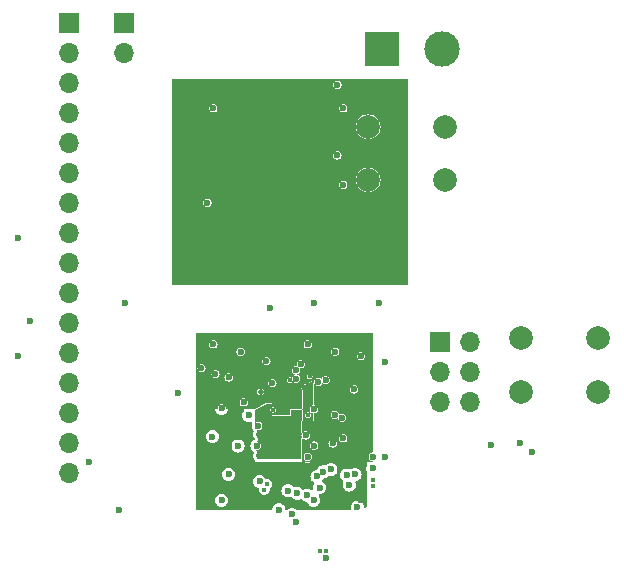
<source format=gbr>
%TF.GenerationSoftware,KiCad,Pcbnew,8.0.3*%
%TF.CreationDate,2025-04-27T14:59:32+02:00*%
%TF.ProjectId,FPGA_Audio_Board,46504741-5f41-4756-9469-6f5f426f6172,rev?*%
%TF.SameCoordinates,Original*%
%TF.FileFunction,Copper,L3,Inr*%
%TF.FilePolarity,Positive*%
%FSLAX46Y46*%
G04 Gerber Fmt 4.6, Leading zero omitted, Abs format (unit mm)*
G04 Created by KiCad (PCBNEW 8.0.3) date 2025-04-27 14:59:32*
%MOMM*%
%LPD*%
G01*
G04 APERTURE LIST*
%TA.AperFunction,ComponentPad*%
%ADD10C,2.000000*%
%TD*%
%TA.AperFunction,ComponentPad*%
%ADD11R,1.700000X1.700000*%
%TD*%
%TA.AperFunction,ComponentPad*%
%ADD12O,1.700000X1.700000*%
%TD*%
%TA.AperFunction,ComponentPad*%
%ADD13R,3.000000X3.000000*%
%TD*%
%TA.AperFunction,ComponentPad*%
%ADD14C,3.000000*%
%TD*%
%TA.AperFunction,ViaPad*%
%ADD15C,0.600000*%
%TD*%
%TA.AperFunction,ViaPad*%
%ADD16C,0.400000*%
%TD*%
%TA.AperFunction,ViaPad*%
%ADD17C,0.500000*%
%TD*%
%TA.AperFunction,Conductor*%
%ADD18C,0.050000*%
%TD*%
G04 APERTURE END LIST*
D10*
%TO.N,GND*%
%TO.C,SW2*%
X160057500Y-102000000D03*
X166557500Y-102000000D03*
%TO.N,RESET*%
X160057500Y-106500000D03*
X166557500Y-106500000D03*
%TD*%
D11*
%TO.N,AUD_PWM*%
%TO.C,AUDIO_OUT_HEADER1*%
X126457500Y-75330000D03*
D12*
%TO.N,AUD_SD*%
X126457500Y-77870000D03*
%TD*%
D11*
%TO.N,SW_0*%
%TO.C,SW_HEADER1*%
X121807500Y-75330000D03*
D12*
%TO.N,SW_1*%
X121807500Y-77870000D03*
%TO.N,SW_2*%
X121807500Y-80410000D03*
%TO.N,SW_3*%
X121807500Y-82950000D03*
%TO.N,SW_4*%
X121807500Y-85490000D03*
%TO.N,SW_5*%
X121807500Y-88030000D03*
%TO.N,SW_6*%
X121807500Y-90570000D03*
%TO.N,SW_7*%
X121807500Y-93110000D03*
%TO.N,SW_8*%
X121807500Y-95650000D03*
%TO.N,SW_9*%
X121807500Y-98190000D03*
%TO.N,SW_10*%
X121807500Y-100730000D03*
%TO.N,SW_11*%
X121807500Y-103270000D03*
%TO.N,SW_12*%
X121807500Y-105810000D03*
%TO.N,SW_13*%
X121807500Y-108350000D03*
%TO.N,SW_14*%
X121807500Y-110890000D03*
%TO.N,SW_15*%
X121807500Y-113430000D03*
%TD*%
D13*
%TO.N,/POWER/+5V_IN*%
%TO.C,J1*%
X148317500Y-77530000D03*
D14*
%TO.N,GND*%
X153397500Y-77530000D03*
%TD*%
D10*
%TO.N,/POWER/+5V_IN*%
%TO.C,SW1*%
X147107500Y-84080000D03*
X153607500Y-84080000D03*
%TO.N,Net-(SW1-B)*%
X147107500Y-88580000D03*
X153607500Y-88580000D03*
%TD*%
D11*
%TO.N,TDI*%
%TO.C,JTAG1*%
X153157500Y-102300000D03*
D12*
%TO.N,3V3*%
X155697500Y-102300000D03*
%TO.N,TDO*%
X153157500Y-104840000D03*
%TO.N,GND*%
X155697500Y-104840000D03*
%TO.N,TCK*%
X153157500Y-107380000D03*
%TO.N,TMS*%
X155697500Y-107380000D03*
%TD*%
D15*
%TO.N,GND*%
X133000000Y-104500000D03*
%TO.N,1V8*%
X140500000Y-96500000D03*
%TO.N,GND*%
X144500000Y-86500000D03*
X133500000Y-90500000D03*
D16*
%TO.N,1V0*%
X140054988Y-111152512D03*
%TO.N,GND*%
X142000000Y-108500000D03*
D15*
X146500000Y-103500000D03*
D16*
X139053000Y-108027006D03*
D15*
%TO.N,1V8*%
X141842856Y-110942463D03*
X141876129Y-109375736D03*
X141915950Y-107691550D03*
X141807500Y-106200000D03*
%TO.N,GND*%
X142000000Y-112000000D03*
X137000000Y-108500000D03*
D16*
%TO.N,1V0*%
X138607500Y-107800000D03*
D15*
%TO.N,TMS*%
X148500000Y-104000000D03*
D16*
X142157500Y-105213603D03*
D15*
%TO.N,TDI*%
X148000000Y-99000000D03*
X142500000Y-99000000D03*
X141007500Y-105400000D03*
%TO.N,CLK100MHZ*%
X160000000Y-110850000D03*
D16*
X147557500Y-114000000D03*
D15*
X146205999Y-116272212D03*
X140665952Y-116902953D03*
X139550000Y-116500000D03*
X131000000Y-106600000D03*
X134184995Y-105000000D03*
%TO.N,TDO*%
X142885202Y-105665479D03*
D16*
%TO.N,TCK*%
X140467874Y-105506330D03*
D15*
%TO.N,1V0*%
X138773185Y-99400000D03*
X139007499Y-105777494D03*
%TO.N,GND*%
X142500000Y-108000000D03*
X141807500Y-110200000D03*
%TO.N,1V0*%
X137891709Y-108750105D03*
X138873346Y-109531081D03*
X137920907Y-110079093D03*
X139275830Y-111697356D03*
%TO.N,GND*%
X142005111Y-102486724D03*
X137807500Y-109400000D03*
%TO.N,SW_0*%
X144298526Y-108459706D03*
%TO.N,SW_1*%
X144999251Y-110450060D03*
%TO.N,SW_2*%
X143565686Y-120565686D03*
X142542336Y-111065162D03*
X148500000Y-112000000D03*
%TO.N,GND*%
X134005111Y-102486724D03*
D16*
%TO.N,SW_8*%
X138519499Y-114332967D03*
D15*
X123500000Y-112500000D03*
D16*
%TO.N,SW_9*%
X138315636Y-114789522D03*
D15*
X126000000Y-116500000D03*
%TO.N,SW_12*%
X136584995Y-107400000D03*
%TO.N,SW_11*%
X117500000Y-103500000D03*
D16*
X143000000Y-120000000D03*
D15*
X143007499Y-114622505D03*
%TO.N,SW_4*%
X146000000Y-113500000D03*
D16*
X147500000Y-114500000D03*
D15*
%TO.N,SW_13*%
X141939963Y-115266187D03*
%TO.N,3V3*%
X146500000Y-115692503D03*
%TO.N,GND*%
X142499047Y-115691550D03*
X134715952Y-115691550D03*
%TO.N,3V3*%
X144899050Y-112708451D03*
X144099050Y-114891548D03*
X141915951Y-114308450D03*
X138715952Y-115691550D03*
X139299050Y-113508452D03*
X136315950Y-114891548D03*
X134499050Y-111908452D03*
X133915952Y-114091550D03*
X146499050Y-107908452D03*
X142715950Y-111691550D03*
X145699050Y-110091548D03*
X143515952Y-109291550D03*
X144315952Y-106891550D03*
X142499047Y-103691550D03*
X140099050Y-102891548D03*
X145915951Y-102308450D03*
X144899050Y-104491549D03*
X140099048Y-107691550D03*
X140990005Y-106899784D03*
X138499050Y-105291549D03*
X140099048Y-106091550D03*
X137915951Y-102308450D03*
X135515952Y-109291550D03*
X136899049Y-104708450D03*
X136099048Y-106891550D03*
X133915950Y-106091550D03*
X132981268Y-108499511D03*
X134499050Y-103908452D03*
%TO.N,1V0*%
X140899050Y-108708452D03*
X137915950Y-111908451D03*
%TO.N,GND*%
X135299050Y-105291550D03*
X136315951Y-103108450D03*
X138499050Y-103908452D03*
X140994377Y-104700121D03*
X143515950Y-105508450D03*
X145915951Y-106308450D03*
X144899050Y-108708452D03*
X144099050Y-110891548D03*
X143299049Y-113291550D03*
X137915952Y-114091550D03*
X140315952Y-114891550D03*
X135299050Y-113508451D03*
X136099050Y-111108452D03*
X137699050Y-111108452D03*
X134715951Y-107908450D03*
X133915951Y-110308450D03*
X144315950Y-103108451D03*
%TO.N,3V3*%
X136899050Y-112708451D03*
%TO.N,SW_14*%
X141115952Y-115108450D03*
X141000000Y-117500000D03*
%TO.N,SW_10*%
X145284268Y-113569504D03*
X147500000Y-113000000D03*
X118500000Y-100500000D03*
%TO.N,SW_3*%
X143954235Y-113088221D03*
X147500000Y-112000000D03*
D16*
%TO.N,SW_7*%
X143500000Y-120000000D03*
D15*
X142765807Y-113663243D03*
X117500000Y-93500000D03*
%TO.N,AUD_SD*%
X141407500Y-104177495D03*
X126500000Y-99000000D03*
%TO.N,GND*%
X145000000Y-88980000D03*
%TO.N,CLK100MHZ*%
X161000000Y-111650000D03*
%TO.N,GND*%
X145507500Y-114407107D03*
X157500000Y-111000000D03*
X144500000Y-80500000D03*
X145000000Y-82500000D03*
X134000000Y-82500000D03*
D17*
X138000000Y-106500000D03*
%TD*%
D18*
%TO.N,1V8*%
X141675000Y-107932500D02*
X141915950Y-107691550D01*
X141675000Y-109174607D02*
X141675000Y-107932500D01*
X141876129Y-109375736D02*
X141675000Y-109174607D01*
%TD*%
%TA.AperFunction,Conductor*%
%TO.N,3V3*%
G36*
X134179621Y-108052158D02*
G01*
X134179622Y-108052162D01*
X134235088Y-108186072D01*
X134235089Y-108186074D01*
X134235090Y-108186075D01*
X134323330Y-108301071D01*
X134438326Y-108389311D01*
X134572242Y-108444780D01*
X134699231Y-108461498D01*
X134715950Y-108463700D01*
X134715951Y-108463700D01*
X134715952Y-108463700D01*
X134730928Y-108461728D01*
X134859660Y-108444780D01*
X134993576Y-108389311D01*
X135108572Y-108301071D01*
X135196812Y-108186075D01*
X135252281Y-108052159D01*
X135259148Y-108000000D01*
X136580699Y-108000000D01*
X136600778Y-108030440D01*
X136601610Y-108100305D01*
X136580601Y-108142275D01*
X136519139Y-108222374D01*
X136519138Y-108222376D01*
X136463671Y-108356287D01*
X136463670Y-108356291D01*
X136444750Y-108499999D01*
X136444750Y-108500000D01*
X136463670Y-108643708D01*
X136463671Y-108643712D01*
X136519137Y-108777622D01*
X136519138Y-108777624D01*
X136519139Y-108777625D01*
X136607379Y-108892621D01*
X136722375Y-108980861D01*
X136856291Y-109036330D01*
X136983280Y-109053048D01*
X136999999Y-109055250D01*
X137000000Y-109055250D01*
X137000001Y-109055250D01*
X137018921Y-109052758D01*
X137143709Y-109036330D01*
X137143713Y-109036327D01*
X137146687Y-109035532D01*
X137149296Y-109035594D01*
X137151766Y-109035269D01*
X137151816Y-109035654D01*
X137216537Y-109037194D01*
X137274400Y-109076356D01*
X137301905Y-109140584D01*
X137293344Y-109202757D01*
X137271170Y-109256291D01*
X137252250Y-109399999D01*
X137252250Y-109400000D01*
X137271170Y-109543708D01*
X137271171Y-109543712D01*
X137326638Y-109677623D01*
X137326639Y-109677625D01*
X137390020Y-109760225D01*
X137415214Y-109825394D01*
X137406206Y-109883161D01*
X137384577Y-109935380D01*
X137372011Y-110030827D01*
X137365657Y-110079093D01*
X137376932Y-110164737D01*
X137384577Y-110222801D01*
X137384578Y-110222805D01*
X137440045Y-110356716D01*
X137440046Y-110356718D01*
X137474376Y-110401458D01*
X137499570Y-110466627D01*
X137500000Y-110476944D01*
X137500000Y-110512189D01*
X137480315Y-110579228D01*
X137427511Y-110624983D01*
X137423459Y-110626747D01*
X137421433Y-110627586D01*
X137421428Y-110627588D01*
X137306429Y-110715831D01*
X137218187Y-110830829D01*
X137162721Y-110964739D01*
X137162720Y-110964743D01*
X137143800Y-111108451D01*
X137143800Y-111108452D01*
X137162720Y-111252160D01*
X137162721Y-111252164D01*
X137218187Y-111386074D01*
X137218188Y-111386076D01*
X137218189Y-111386077D01*
X137306429Y-111501073D01*
X137369357Y-111549359D01*
X137410558Y-111605787D01*
X137414713Y-111675533D01*
X137408431Y-111695186D01*
X137379619Y-111764744D01*
X137360700Y-111908450D01*
X137360700Y-111908451D01*
X137379620Y-112052159D01*
X137379621Y-112052163D01*
X137435088Y-112186074D01*
X137435089Y-112186076D01*
X137474376Y-112237276D01*
X137499570Y-112302445D01*
X137500000Y-112312762D01*
X137500000Y-113729334D01*
X137435089Y-113813927D01*
X137379623Y-113947837D01*
X137379622Y-113947841D01*
X137360702Y-114091549D01*
X137360702Y-114091550D01*
X137379622Y-114235258D01*
X137379623Y-114235262D01*
X137435089Y-114369172D01*
X137435090Y-114369174D01*
X137435091Y-114369175D01*
X137500000Y-114453765D01*
X137500000Y-116500000D01*
X132624000Y-116500000D01*
X132556961Y-116480315D01*
X132511206Y-116427511D01*
X132500000Y-116376000D01*
X132500000Y-115691549D01*
X134160702Y-115691549D01*
X134160702Y-115691550D01*
X134179622Y-115835258D01*
X134179623Y-115835262D01*
X134235089Y-115969172D01*
X134235090Y-115969174D01*
X134235091Y-115969175D01*
X134323331Y-116084171D01*
X134438327Y-116172411D01*
X134572243Y-116227880D01*
X134699232Y-116244598D01*
X134715951Y-116246800D01*
X134715952Y-116246800D01*
X134715953Y-116246800D01*
X134730929Y-116244828D01*
X134859661Y-116227880D01*
X134993577Y-116172411D01*
X135108573Y-116084171D01*
X135196813Y-115969175D01*
X135252282Y-115835259D01*
X135271202Y-115691550D01*
X135252282Y-115547841D01*
X135196813Y-115413925D01*
X135108573Y-115298929D01*
X134993577Y-115210689D01*
X134993576Y-115210688D01*
X134993574Y-115210687D01*
X134859664Y-115155221D01*
X134859662Y-115155220D01*
X134859661Y-115155220D01*
X134787806Y-115145760D01*
X134715953Y-115136300D01*
X134715951Y-115136300D01*
X134572243Y-115155220D01*
X134572239Y-115155221D01*
X134438329Y-115210687D01*
X134323331Y-115298929D01*
X134235089Y-115413927D01*
X134179623Y-115547837D01*
X134179622Y-115547841D01*
X134160702Y-115691549D01*
X132500000Y-115691549D01*
X132500000Y-113508450D01*
X134743800Y-113508450D01*
X134743800Y-113508451D01*
X134762720Y-113652159D01*
X134762721Y-113652163D01*
X134818187Y-113786073D01*
X134818188Y-113786075D01*
X134818189Y-113786076D01*
X134906429Y-113901072D01*
X135021425Y-113989312D01*
X135155341Y-114044781D01*
X135282330Y-114061499D01*
X135299049Y-114063701D01*
X135299050Y-114063701D01*
X135299051Y-114063701D01*
X135314027Y-114061729D01*
X135442759Y-114044781D01*
X135576675Y-113989312D01*
X135691671Y-113901072D01*
X135779911Y-113786076D01*
X135835380Y-113652160D01*
X135854300Y-113508451D01*
X135835380Y-113364742D01*
X135779911Y-113230826D01*
X135691671Y-113115830D01*
X135576675Y-113027590D01*
X135576674Y-113027589D01*
X135576672Y-113027588D01*
X135442762Y-112972122D01*
X135442760Y-112972121D01*
X135442759Y-112972121D01*
X135370904Y-112962661D01*
X135299051Y-112953201D01*
X135299049Y-112953201D01*
X135155341Y-112972121D01*
X135155337Y-112972122D01*
X135021427Y-113027588D01*
X134906429Y-113115830D01*
X134818187Y-113230828D01*
X134762721Y-113364738D01*
X134762720Y-113364742D01*
X134743800Y-113508450D01*
X132500000Y-113508450D01*
X132500000Y-111108451D01*
X135543800Y-111108451D01*
X135543800Y-111108452D01*
X135562720Y-111252160D01*
X135562721Y-111252164D01*
X135618187Y-111386074D01*
X135618188Y-111386076D01*
X135618189Y-111386077D01*
X135706429Y-111501073D01*
X135821425Y-111589313D01*
X135955341Y-111644782D01*
X136082330Y-111661500D01*
X136099049Y-111663702D01*
X136099050Y-111663702D01*
X136099051Y-111663702D01*
X136114027Y-111661730D01*
X136242759Y-111644782D01*
X136376675Y-111589313D01*
X136491671Y-111501073D01*
X136579911Y-111386077D01*
X136635380Y-111252161D01*
X136654300Y-111108452D01*
X136635380Y-110964743D01*
X136593527Y-110863700D01*
X136579912Y-110830829D01*
X136579911Y-110830828D01*
X136579911Y-110830827D01*
X136491671Y-110715831D01*
X136376675Y-110627591D01*
X136376674Y-110627590D01*
X136376672Y-110627589D01*
X136242762Y-110572123D01*
X136242760Y-110572122D01*
X136242759Y-110572122D01*
X136150336Y-110559954D01*
X136099051Y-110553202D01*
X136099049Y-110553202D01*
X135955341Y-110572122D01*
X135955337Y-110572123D01*
X135821427Y-110627589D01*
X135706429Y-110715831D01*
X135618187Y-110830829D01*
X135562721Y-110964739D01*
X135562720Y-110964743D01*
X135543800Y-111108451D01*
X132500000Y-111108451D01*
X132500000Y-110308450D01*
X133360701Y-110308450D01*
X133367055Y-110356716D01*
X133379621Y-110452158D01*
X133379622Y-110452162D01*
X133435088Y-110586072D01*
X133435089Y-110586074D01*
X133435090Y-110586075D01*
X133523330Y-110701071D01*
X133638326Y-110789311D01*
X133772242Y-110844780D01*
X133899231Y-110861498D01*
X133915950Y-110863700D01*
X133915951Y-110863700D01*
X133915952Y-110863700D01*
X133930928Y-110861728D01*
X134059660Y-110844780D01*
X134193576Y-110789311D01*
X134308572Y-110701071D01*
X134396812Y-110586075D01*
X134452281Y-110452159D01*
X134471201Y-110308450D01*
X134452281Y-110164741D01*
X134396812Y-110030825D01*
X134308572Y-109915829D01*
X134193576Y-109827589D01*
X134193575Y-109827588D01*
X134193573Y-109827587D01*
X134059663Y-109772121D01*
X134059661Y-109772120D01*
X134059660Y-109772120D01*
X133969310Y-109760225D01*
X133915952Y-109753200D01*
X133915950Y-109753200D01*
X133772242Y-109772120D01*
X133772238Y-109772121D01*
X133638328Y-109827587D01*
X133523330Y-109915829D01*
X133435088Y-110030827D01*
X133379622Y-110164737D01*
X133379621Y-110164741D01*
X133360701Y-110308450D01*
X132500000Y-110308450D01*
X132500000Y-108000000D01*
X134172754Y-108000000D01*
X134179621Y-108052158D01*
G37*
%TD.AperFunction*%
%TD*%
%TA.AperFunction,Conductor*%
%TO.N,3V3*%
G36*
X141856291Y-112536330D02*
G01*
X141974494Y-112551892D01*
X141999999Y-112555250D01*
X142000000Y-112555250D01*
X142000001Y-112555250D01*
X142014977Y-112553278D01*
X142143709Y-112536330D01*
X142231419Y-112500000D01*
X147000000Y-112500000D01*
X147000000Y-112743917D01*
X146990561Y-112791369D01*
X146963671Y-112856287D01*
X146963670Y-112856291D01*
X146944750Y-113000000D01*
X146963670Y-113143709D01*
X146990561Y-113208632D01*
X147000000Y-113256082D01*
X147000000Y-116193833D01*
X146980315Y-116260872D01*
X146927511Y-116306627D01*
X146858353Y-116316571D01*
X146794797Y-116287546D01*
X146757023Y-116228768D01*
X146753061Y-116210019D01*
X146750930Y-116193833D01*
X146742329Y-116128503D01*
X146686860Y-115994587D01*
X146598620Y-115879591D01*
X146483624Y-115791351D01*
X146483623Y-115791350D01*
X146483621Y-115791349D01*
X146349711Y-115735883D01*
X146349709Y-115735882D01*
X146349708Y-115735882D01*
X146277853Y-115726422D01*
X146206000Y-115716962D01*
X146205998Y-115716962D01*
X146062290Y-115735882D01*
X146062286Y-115735883D01*
X145928376Y-115791349D01*
X145813378Y-115879591D01*
X145725136Y-115994589D01*
X145669670Y-116128499D01*
X145669669Y-116128503D01*
X145650749Y-116272211D01*
X145650749Y-116272214D01*
X145662282Y-116359815D01*
X145651516Y-116428850D01*
X145605137Y-116481106D01*
X145539343Y-116500000D01*
X141087201Y-116500000D01*
X141020162Y-116480315D01*
X141011715Y-116474376D01*
X140943577Y-116422092D01*
X140943575Y-116422091D01*
X140809664Y-116366624D01*
X140809662Y-116366623D01*
X140809661Y-116366623D01*
X140731153Y-116356287D01*
X140665953Y-116347703D01*
X140665951Y-116347703D01*
X140522243Y-116366623D01*
X140522239Y-116366624D01*
X140388328Y-116422091D01*
X140388326Y-116422092D01*
X140320189Y-116474376D01*
X140255020Y-116499570D01*
X140244703Y-116500000D01*
X140213995Y-116500000D01*
X140146956Y-116480315D01*
X140101201Y-116427511D01*
X140091056Y-116392187D01*
X140087690Y-116366623D01*
X140086330Y-116356291D01*
X140033141Y-116227879D01*
X140030862Y-116222377D01*
X140030861Y-116222376D01*
X140030861Y-116222375D01*
X139942621Y-116107379D01*
X139827625Y-116019139D01*
X139827624Y-116019138D01*
X139827622Y-116019137D01*
X139693712Y-115963671D01*
X139693710Y-115963670D01*
X139693709Y-115963670D01*
X139621854Y-115954210D01*
X139550001Y-115944750D01*
X139549999Y-115944750D01*
X139406291Y-115963670D01*
X139406287Y-115963671D01*
X139272377Y-116019137D01*
X139157379Y-116107379D01*
X139069137Y-116222377D01*
X139013671Y-116356287D01*
X139013670Y-116356291D01*
X139008944Y-116392187D01*
X138980677Y-116456083D01*
X138922352Y-116494553D01*
X138886005Y-116500000D01*
X137500000Y-116500000D01*
X137500000Y-114453765D01*
X137523331Y-114484171D01*
X137638327Y-114572411D01*
X137638328Y-114572411D01*
X137638329Y-114572412D01*
X137654307Y-114579030D01*
X137772243Y-114627880D01*
X137772256Y-114627881D01*
X137773292Y-114628160D01*
X137774084Y-114628642D01*
X137779751Y-114630990D01*
X137779385Y-114631873D01*
X137832955Y-114664521D01*
X137863488Y-114727366D01*
X137863944Y-114765581D01*
X137860503Y-114789518D01*
X137860503Y-114789521D01*
X137878938Y-114917747D01*
X137932605Y-115035258D01*
X137932754Y-115035585D01*
X138017587Y-115133489D01*
X138126567Y-115203526D01*
X138150963Y-115210689D01*
X138250861Y-115240021D01*
X138250863Y-115240022D01*
X138250864Y-115240022D01*
X138380409Y-115240022D01*
X138380409Y-115240021D01*
X138504705Y-115203526D01*
X138613685Y-115133489D01*
X138698518Y-115035585D01*
X138752333Y-114917748D01*
X138756100Y-114891550D01*
X139760702Y-114891550D01*
X139776971Y-115015126D01*
X139779622Y-115035258D01*
X139779623Y-115035262D01*
X139835089Y-115169172D01*
X139835090Y-115169174D01*
X139835091Y-115169175D01*
X139923331Y-115284171D01*
X140038327Y-115372411D01*
X140038328Y-115372411D01*
X140038329Y-115372412D01*
X140071315Y-115386075D01*
X140172243Y-115427880D01*
X140299232Y-115444598D01*
X140315951Y-115446800D01*
X140315952Y-115446800D01*
X140315953Y-115446800D01*
X140330929Y-115444828D01*
X140459661Y-115427880D01*
X140529218Y-115399068D01*
X140598686Y-115391600D01*
X140661165Y-115422875D01*
X140675044Y-115438143D01*
X140723331Y-115501071D01*
X140838327Y-115589311D01*
X140838328Y-115589311D01*
X140838329Y-115589312D01*
X140882965Y-115607800D01*
X140972243Y-115644780D01*
X141099232Y-115661498D01*
X141115951Y-115663700D01*
X141115952Y-115663700D01*
X141115953Y-115663700D01*
X141130929Y-115661728D01*
X141259661Y-115644780D01*
X141381887Y-115594152D01*
X141451355Y-115586684D01*
X141513834Y-115617959D01*
X141527706Y-115633219D01*
X141547342Y-115658808D01*
X141662338Y-115747048D01*
X141796254Y-115802517D01*
X141886995Y-115814463D01*
X141950891Y-115842729D01*
X141985370Y-115889950D01*
X142018184Y-115969172D01*
X142018185Y-115969174D01*
X142018186Y-115969175D01*
X142106426Y-116084171D01*
X142221422Y-116172411D01*
X142355338Y-116227880D01*
X142482327Y-116244598D01*
X142499046Y-116246800D01*
X142499047Y-116246800D01*
X142499048Y-116246800D01*
X142514024Y-116244828D01*
X142642756Y-116227880D01*
X142776672Y-116172411D01*
X142891668Y-116084171D01*
X142979908Y-115969175D01*
X143035377Y-115835259D01*
X143054297Y-115691550D01*
X143035377Y-115547841D01*
X142979908Y-115413925D01*
X142948592Y-115373114D01*
X142923398Y-115307946D01*
X142937436Y-115239501D01*
X142986249Y-115189511D01*
X143030780Y-115174689D01*
X143151208Y-115158835D01*
X143285124Y-115103366D01*
X143400120Y-115015126D01*
X143488360Y-114900130D01*
X143543829Y-114766214D01*
X143562749Y-114622505D01*
X143543829Y-114478796D01*
X143488360Y-114344880D01*
X143400120Y-114229884D01*
X143285124Y-114141644D01*
X143285121Y-114141643D01*
X143285119Y-114141641D01*
X143278085Y-114137580D01*
X143279214Y-114135623D01*
X143233934Y-114099135D01*
X143211869Y-114032841D01*
X143229148Y-113965142D01*
X143237415Y-113952927D01*
X143241317Y-113947841D01*
X143246668Y-113940868D01*
X143257461Y-113914809D01*
X143301301Y-113860407D01*
X143355834Y-113839323D01*
X143442758Y-113827880D01*
X143576674Y-113772411D01*
X143691670Y-113684171D01*
X143700542Y-113672607D01*
X143756968Y-113631404D01*
X143815101Y-113625153D01*
X143935536Y-113641009D01*
X143954234Y-113643471D01*
X143954235Y-113643471D01*
X143954236Y-113643471D01*
X143969212Y-113641499D01*
X144097944Y-113624551D01*
X144230841Y-113569504D01*
X144729018Y-113569504D01*
X144746057Y-113698929D01*
X144747938Y-113713212D01*
X144747939Y-113713216D01*
X144803405Y-113847126D01*
X144803406Y-113847128D01*
X144803407Y-113847129D01*
X144891647Y-113962125D01*
X144971199Y-114023168D01*
X145012400Y-114079594D01*
X145016555Y-114149340D01*
X145010273Y-114168993D01*
X144971170Y-114263398D01*
X144952250Y-114407106D01*
X144952250Y-114407107D01*
X144971170Y-114550815D01*
X144971171Y-114550819D01*
X145026637Y-114684729D01*
X145026638Y-114684731D01*
X145026639Y-114684732D01*
X145114879Y-114799728D01*
X145229875Y-114887968D01*
X145363791Y-114943437D01*
X145490780Y-114960155D01*
X145507499Y-114962357D01*
X145507500Y-114962357D01*
X145507501Y-114962357D01*
X145522477Y-114960385D01*
X145651209Y-114943437D01*
X145785125Y-114887968D01*
X145900121Y-114799728D01*
X145988361Y-114684732D01*
X146043830Y-114550816D01*
X146062750Y-114407107D01*
X146043830Y-114263398D01*
X146021644Y-114209837D01*
X146014176Y-114140371D01*
X146045451Y-114077891D01*
X146105540Y-114042239D01*
X146120013Y-114039449D01*
X146143709Y-114036330D01*
X146277625Y-113980861D01*
X146392621Y-113892621D01*
X146480861Y-113777625D01*
X146536330Y-113643709D01*
X146555250Y-113500000D01*
X146536330Y-113356291D01*
X146480861Y-113222375D01*
X146392621Y-113107379D01*
X146277625Y-113019139D01*
X146277624Y-113019138D01*
X146277622Y-113019137D01*
X146143712Y-112963671D01*
X146143710Y-112963670D01*
X146143709Y-112963670D01*
X146071854Y-112954210D01*
X146000001Y-112944750D01*
X145999999Y-112944750D01*
X145856291Y-112963670D01*
X145856287Y-112963671D01*
X145722376Y-113019138D01*
X145722374Y-113019139D01*
X145664086Y-113063865D01*
X145598916Y-113089059D01*
X145541148Y-113080050D01*
X145427980Y-113033175D01*
X145427978Y-113033174D01*
X145427977Y-113033174D01*
X145321365Y-113019138D01*
X145284269Y-113014254D01*
X145284267Y-113014254D01*
X145140559Y-113033174D01*
X145140555Y-113033175D01*
X145006645Y-113088641D01*
X144891647Y-113176883D01*
X144803405Y-113291881D01*
X144747939Y-113425791D01*
X144747938Y-113425795D01*
X144729074Y-113569082D01*
X144729018Y-113569504D01*
X144230841Y-113569504D01*
X144231860Y-113569082D01*
X144346856Y-113480842D01*
X144435096Y-113365846D01*
X144490565Y-113231930D01*
X144509485Y-113088221D01*
X144490565Y-112944512D01*
X144435096Y-112810596D01*
X144346856Y-112695600D01*
X144231860Y-112607360D01*
X144231859Y-112607359D01*
X144231857Y-112607358D01*
X144097947Y-112551892D01*
X144097945Y-112551891D01*
X144097944Y-112551891D01*
X143979749Y-112536330D01*
X143954236Y-112532971D01*
X143954234Y-112532971D01*
X143810526Y-112551891D01*
X143810522Y-112551892D01*
X143676612Y-112607358D01*
X143561610Y-112695603D01*
X143552736Y-112707168D01*
X143496306Y-112748369D01*
X143438177Y-112754616D01*
X143356905Y-112743917D01*
X143299050Y-112736300D01*
X143299048Y-112736300D01*
X143155340Y-112755220D01*
X143155336Y-112755221D01*
X143021426Y-112810687D01*
X142906428Y-112898929D01*
X142856750Y-112963671D01*
X142818186Y-113013928D01*
X142807394Y-113039983D01*
X142763553Y-113094386D01*
X142709019Y-113115469D01*
X142642811Y-113124185D01*
X142622098Y-113126913D01*
X142622097Y-113126913D01*
X142622094Y-113126914D01*
X142488184Y-113182380D01*
X142373186Y-113270622D01*
X142284944Y-113385620D01*
X142229478Y-113519530D01*
X142229477Y-113519534D01*
X142210557Y-113663242D01*
X142210557Y-113663243D01*
X142229477Y-113806951D01*
X142229478Y-113806955D01*
X142284944Y-113940865D01*
X142284945Y-113940867D01*
X142284946Y-113940868D01*
X142373186Y-114055864D01*
X142488182Y-114144104D01*
X142488185Y-114144105D01*
X142488186Y-114144106D01*
X142495221Y-114148168D01*
X142494091Y-114150124D01*
X142539372Y-114186613D01*
X142561437Y-114252907D01*
X142544158Y-114320606D01*
X142535897Y-114332812D01*
X142533222Y-114336300D01*
X142526636Y-114344882D01*
X142471170Y-114478792D01*
X142471169Y-114478796D01*
X142452249Y-114622504D01*
X142452249Y-114622507D01*
X142463388Y-114707117D01*
X142452622Y-114776152D01*
X142406242Y-114828408D01*
X142338973Y-114847293D01*
X142272173Y-114826812D01*
X142264963Y-114821678D01*
X142217588Y-114785326D01*
X142217586Y-114785325D01*
X142083675Y-114729858D01*
X142083673Y-114729857D01*
X142083672Y-114729857D01*
X142011817Y-114720397D01*
X141939964Y-114710937D01*
X141939962Y-114710937D01*
X141796256Y-114729856D01*
X141674028Y-114780484D01*
X141604558Y-114787952D01*
X141542079Y-114756676D01*
X141528203Y-114741411D01*
X141508573Y-114715829D01*
X141393577Y-114627589D01*
X141393576Y-114627588D01*
X141393574Y-114627587D01*
X141259664Y-114572121D01*
X141259662Y-114572120D01*
X141259661Y-114572120D01*
X141181700Y-114561856D01*
X141115953Y-114553200D01*
X141115951Y-114553200D01*
X140972243Y-114572120D01*
X140902685Y-114600931D01*
X140833216Y-114608398D01*
X140770737Y-114577123D01*
X140756863Y-114561861D01*
X140708573Y-114498929D01*
X140593577Y-114410689D01*
X140593576Y-114410688D01*
X140593574Y-114410687D01*
X140459664Y-114355221D01*
X140459662Y-114355220D01*
X140459661Y-114355220D01*
X140381122Y-114344880D01*
X140315953Y-114336300D01*
X140315951Y-114336300D01*
X140172243Y-114355220D01*
X140172239Y-114355221D01*
X140038329Y-114410687D01*
X139923331Y-114498929D01*
X139835089Y-114613927D01*
X139779623Y-114747837D01*
X139779622Y-114747841D01*
X139761174Y-114887968D01*
X139760702Y-114891550D01*
X138756100Y-114891550D01*
X138770769Y-114789522D01*
X138770769Y-114789520D01*
X138770769Y-114780653D01*
X138772894Y-114780653D01*
X138781129Y-114723326D01*
X138812735Y-114681104D01*
X138817544Y-114676936D01*
X138817548Y-114676934D01*
X138902381Y-114579030D01*
X138956196Y-114461193D01*
X138974632Y-114332967D01*
X138956196Y-114204741D01*
X138902381Y-114086904D01*
X138817548Y-113989000D01*
X138708568Y-113918963D01*
X138708564Y-113918961D01*
X138708563Y-113918961D01*
X138584273Y-113882467D01*
X138584271Y-113882467D01*
X138507977Y-113882467D01*
X138440938Y-113862782D01*
X138400588Y-113820465D01*
X138396816Y-113813934D01*
X138396813Y-113813925D01*
X138308573Y-113698929D01*
X138193577Y-113610689D01*
X138193576Y-113610688D01*
X138193574Y-113610687D01*
X138059664Y-113555221D01*
X138059662Y-113555220D01*
X138059661Y-113555220D01*
X137987806Y-113545760D01*
X137915953Y-113536300D01*
X137915951Y-113536300D01*
X137772243Y-113555220D01*
X137772239Y-113555221D01*
X137638329Y-113610687D01*
X137619477Y-113625153D01*
X137523331Y-113698929D01*
X137523330Y-113698930D01*
X137523329Y-113698931D01*
X137500000Y-113729333D01*
X137500000Y-112500000D01*
X141768581Y-112500000D01*
X141856291Y-112536330D01*
G37*
%TD.AperFunction*%
%TD*%
%TA.AperFunction,Conductor*%
%TO.N,1V8*%
G36*
X142465509Y-105600695D02*
G01*
X142475580Y-105613472D01*
X142488540Y-105621415D01*
X142499337Y-105636276D01*
X142500000Y-105641878D01*
X142500000Y-105688626D01*
X142492971Y-105705597D01*
X142487826Y-105709510D01*
X142485788Y-105710663D01*
X142455755Y-105740699D01*
X142455751Y-105740705D01*
X142448724Y-105757668D01*
X142444500Y-105778905D01*
X142444500Y-107624630D01*
X142445271Y-107629501D01*
X142440981Y-107647362D01*
X142425321Y-107656958D01*
X142390339Y-107662499D01*
X142390338Y-107662499D01*
X142291416Y-107712902D01*
X142212902Y-107791416D01*
X142162501Y-107890335D01*
X142162500Y-107890337D01*
X142162500Y-107890339D01*
X142145131Y-108000000D01*
X142162500Y-108109661D01*
X142162500Y-108109662D01*
X142162501Y-108109664D01*
X142212902Y-108208583D01*
X142212903Y-108208584D01*
X142212905Y-108208587D01*
X142291413Y-108287095D01*
X142291415Y-108287096D01*
X142291416Y-108287097D01*
X142390336Y-108337499D01*
X142390337Y-108337499D01*
X142390339Y-108337500D01*
X142425494Y-108343067D01*
X142441155Y-108352665D01*
X142445444Y-108370526D01*
X142445278Y-108371453D01*
X142444500Y-108375367D01*
X142444500Y-108459706D01*
X142444500Y-108928463D01*
X142445566Y-108939287D01*
X142445567Y-108939295D01*
X142447390Y-108948466D01*
X142447391Y-108948468D01*
X142447392Y-108948470D01*
X142449549Y-108952506D01*
X142462579Y-108976887D01*
X142462582Y-108976891D01*
X142475562Y-108989873D01*
X142475566Y-108989876D01*
X142475569Y-108989879D01*
X142488301Y-108998387D01*
X142489336Y-108999079D01*
X142489951Y-109000000D01*
X141510750Y-109000000D01*
X141512688Y-108998563D01*
X141516017Y-108996784D01*
X141523803Y-108991582D01*
X141544247Y-108966671D01*
X141551116Y-108950087D01*
X141551275Y-108949704D01*
X141551521Y-108948470D01*
X141555500Y-108928463D01*
X141555500Y-108500000D01*
X141744592Y-108500000D01*
X141764033Y-108597740D01*
X141819148Y-108680226D01*
X141819399Y-108680601D01*
X141835831Y-108691580D01*
X141902259Y-108735966D01*
X141918475Y-108739191D01*
X142000000Y-108755408D01*
X142097740Y-108735966D01*
X142180601Y-108680601D01*
X142235966Y-108597740D01*
X142255408Y-108500000D01*
X142235966Y-108402260D01*
X142235966Y-108402259D01*
X142180602Y-108319401D01*
X142180601Y-108319399D01*
X142180226Y-108319148D01*
X142097740Y-108264033D01*
X142000000Y-108244592D01*
X141902259Y-108264033D01*
X141819401Y-108319397D01*
X141819397Y-108319401D01*
X141764033Y-108402259D01*
X141744592Y-108500000D01*
X141555500Y-108500000D01*
X141555500Y-108079500D01*
X141551276Y-108058263D01*
X141544923Y-108042925D01*
X141544576Y-108041872D01*
X141544246Y-108041290D01*
X141544246Y-108041288D01*
X141544244Y-108041286D01*
X141543232Y-108039499D01*
X141540985Y-108021268D01*
X141544165Y-108014330D01*
X141544243Y-108014211D01*
X141544247Y-108014208D01*
X141550132Y-108000000D01*
X141551275Y-107997241D01*
X141555499Y-107976004D01*
X141555500Y-107976000D01*
X141555500Y-106374300D01*
X141553966Y-106361341D01*
X141551350Y-106350447D01*
X141546835Y-106338210D01*
X141525165Y-106295680D01*
X141522848Y-106288549D01*
X141509417Y-106203750D01*
X141509417Y-106196248D01*
X141522848Y-106111449D01*
X141525165Y-106104317D01*
X141546835Y-106061791D01*
X141551350Y-106049551D01*
X141553363Y-106041163D01*
X141561146Y-106028488D01*
X141565631Y-106024673D01*
X141629254Y-105961048D01*
X141635322Y-105956639D01*
X141711814Y-105917665D01*
X141718952Y-105915347D01*
X141737930Y-105912340D01*
X141815795Y-105900008D01*
X141819929Y-105899023D01*
X141824047Y-105898043D01*
X141824051Y-105898041D01*
X141824063Y-105898039D01*
X141831041Y-105895801D01*
X141838911Y-105892594D01*
X142435928Y-105594085D01*
X142454249Y-105592784D01*
X142465509Y-105600695D01*
G37*
%TD.AperFunction*%
%TD*%
%TA.AperFunction,Conductor*%
%TO.N,1V0*%
G36*
X138937471Y-107562529D02*
G01*
X138944500Y-107579500D01*
X138944500Y-107752907D01*
X138944765Y-107758310D01*
X138945228Y-107763017D01*
X138948946Y-107773410D01*
X138948043Y-107791756D01*
X138939682Y-107801448D01*
X138872401Y-107846403D01*
X138872397Y-107846407D01*
X138817033Y-107929265D01*
X138797592Y-108027006D01*
X138817033Y-108124746D01*
X138851045Y-108175648D01*
X138872399Y-108207607D01*
X138888057Y-108218069D01*
X138939289Y-108252301D01*
X138949494Y-108267574D01*
X138948949Y-108278721D01*
X138948954Y-108278722D01*
X138948948Y-108278750D01*
X138948926Y-108279209D01*
X138948725Y-108279872D01*
X138944500Y-108301110D01*
X138944500Y-108476004D01*
X138948724Y-108497241D01*
X138955073Y-108512567D01*
X138955422Y-108513625D01*
X138955754Y-108514212D01*
X138985792Y-108544247D01*
X138988927Y-108545545D01*
X139002758Y-108551275D01*
X139002762Y-108551275D01*
X139002763Y-108551276D01*
X139024000Y-108555500D01*
X139024004Y-108555500D01*
X140475996Y-108555500D01*
X140476000Y-108555500D01*
X140497237Y-108551276D01*
X140512582Y-108544920D01*
X140513630Y-108544574D01*
X140514208Y-108544246D01*
X140514212Y-108544246D01*
X140544247Y-108514208D01*
X140550132Y-108500000D01*
X140551275Y-108497241D01*
X140555388Y-108476565D01*
X140555500Y-108476000D01*
X140555500Y-108079500D01*
X140562529Y-108062529D01*
X140579500Y-108055500D01*
X141476000Y-108055500D01*
X141492971Y-108062529D01*
X141500000Y-108079500D01*
X141500000Y-108928463D01*
X141492971Y-108945434D01*
X141485185Y-108950636D01*
X141460757Y-108960755D01*
X141460755Y-108960757D01*
X141444500Y-108999999D01*
X141444500Y-109953881D01*
X141448724Y-109975118D01*
X141455073Y-109990444D01*
X141455422Y-109991502D01*
X141455754Y-109992089D01*
X141486024Y-110022357D01*
X141493054Y-110039327D01*
X141490438Y-110050223D01*
X141470001Y-110090334D01*
X141470000Y-110090338D01*
X141470000Y-110090339D01*
X141452631Y-110200000D01*
X141470000Y-110309661D01*
X141470000Y-110309662D01*
X141470001Y-110309664D01*
X141490438Y-110349773D01*
X141491879Y-110368085D01*
X141486026Y-110377639D01*
X141455753Y-110407915D01*
X141455751Y-110407918D01*
X141448724Y-110424881D01*
X141444500Y-110446118D01*
X141444500Y-111476004D01*
X141448724Y-111497241D01*
X141455073Y-111512567D01*
X141455422Y-111513626D01*
X141456769Y-111516004D01*
X141459013Y-111534236D01*
X141455841Y-111541159D01*
X141455753Y-111541289D01*
X141448724Y-111558258D01*
X141444500Y-111579495D01*
X141444500Y-112220500D01*
X141437471Y-112237471D01*
X141420500Y-112244500D01*
X137764516Y-112244500D01*
X137747545Y-112237471D01*
X137741020Y-112225391D01*
X137737882Y-112210321D01*
X137737881Y-112210315D01*
X137712687Y-112145146D01*
X137677078Y-112081738D01*
X137660189Y-112059728D01*
X137657059Y-112054307D01*
X137629749Y-111988373D01*
X137628131Y-111982335D01*
X137618816Y-111911578D01*
X137618816Y-111905319D01*
X137628130Y-111834568D01*
X137629749Y-111828528D01*
X137644482Y-111792962D01*
X137651800Y-111772978D01*
X137658082Y-111753325D01*
X137669761Y-111660339D01*
X137665606Y-111590593D01*
X137658857Y-111545556D01*
X137633445Y-111490775D01*
X137632682Y-111472423D01*
X137645119Y-111458905D01*
X137658972Y-111456973D01*
X137699050Y-111463321D01*
X137808711Y-111445952D01*
X137907637Y-111395547D01*
X137986145Y-111317039D01*
X138036550Y-111218113D01*
X138053919Y-111108452D01*
X138036550Y-110998791D01*
X138016620Y-110959676D01*
X137986147Y-110899868D01*
X137986146Y-110899867D01*
X137986145Y-110899865D01*
X137907637Y-110821357D01*
X137907634Y-110821355D01*
X137907633Y-110821354D01*
X137808711Y-110770951D01*
X137706987Y-110754839D01*
X137691325Y-110745242D01*
X137687038Y-110727380D01*
X137689473Y-110720016D01*
X137725465Y-110651213D01*
X137745150Y-110584174D01*
X137755500Y-110512189D01*
X137755500Y-110476944D01*
X137755278Y-110466304D01*
X137754848Y-110455987D01*
X137737881Y-110374497D01*
X137736679Y-110371389D01*
X137712688Y-110309330D01*
X137712194Y-110308450D01*
X137677078Y-110245920D01*
X137665146Y-110230370D01*
X137662015Y-110224946D01*
X137655171Y-110208423D01*
X137634707Y-110159018D01*
X137633088Y-110152977D01*
X137630246Y-110131384D01*
X137629069Y-110122445D01*
X137629067Y-110122436D01*
X137623773Y-110082220D01*
X137623774Y-110075958D01*
X137625325Y-110064178D01*
X137631991Y-110013539D01*
X137633088Y-110005204D01*
X137634707Y-109999163D01*
X137642259Y-109980933D01*
X137658655Y-109922527D01*
X137667663Y-109864760D01*
X137670642Y-109831475D01*
X137658260Y-109760435D01*
X137662271Y-109742513D01*
X137677783Y-109732673D01*
X137692800Y-109734933D01*
X137697835Y-109737498D01*
X137697839Y-109737500D01*
X137807500Y-109754869D01*
X137917161Y-109737500D01*
X138016087Y-109687095D01*
X138094595Y-109608587D01*
X138145000Y-109509661D01*
X138162369Y-109400000D01*
X138145000Y-109290339D01*
X138094595Y-109191413D01*
X138016087Y-109112905D01*
X138016084Y-109112903D01*
X138016083Y-109112902D01*
X137917164Y-109062501D01*
X137917162Y-109062500D01*
X137917161Y-109062500D01*
X137807500Y-109045131D01*
X137697839Y-109062500D01*
X137697837Y-109062500D01*
X137697835Y-109062501D01*
X137598915Y-109112903D01*
X137591633Y-109120185D01*
X137574662Y-109127213D01*
X137557691Y-109120183D01*
X137551182Y-109108175D01*
X137536778Y-109040013D01*
X137536775Y-109040007D01*
X137536775Y-109040003D01*
X137509270Y-108975775D01*
X137509265Y-108975765D01*
X137509263Y-108975761D01*
X137502868Y-108963882D01*
X137500000Y-108952506D01*
X137500000Y-108074664D01*
X137507029Y-108057693D01*
X137516851Y-108053624D01*
X137524819Y-108049639D01*
X137524820Y-108049640D01*
X138508033Y-107558034D01*
X138518766Y-107555500D01*
X138920500Y-107555500D01*
X138937471Y-107562529D01*
G37*
%TD.AperFunction*%
%TD*%
%TA.AperFunction,Conductor*%
%TO.N,3V3*%
G36*
X147492971Y-101507029D02*
G01*
X147500000Y-101524000D01*
X147500000Y-111624632D01*
X147492971Y-111641603D01*
X147479755Y-111648336D01*
X147390339Y-111662499D01*
X147390338Y-111662499D01*
X147291416Y-111712902D01*
X147212902Y-111791416D01*
X147162501Y-111890335D01*
X147162500Y-111890337D01*
X147162500Y-111890339D01*
X147145131Y-112000000D01*
X147162500Y-112109661D01*
X147162500Y-112109662D01*
X147162501Y-112109664D01*
X147212902Y-112208583D01*
X147212903Y-112208584D01*
X147212905Y-112208587D01*
X147291413Y-112287095D01*
X147291415Y-112287096D01*
X147291416Y-112287097D01*
X147390338Y-112337500D01*
X147479755Y-112351663D01*
X147495416Y-112361260D01*
X147500000Y-112375367D01*
X147500000Y-112476000D01*
X147492971Y-112492971D01*
X147476000Y-112500000D01*
X141500000Y-112500000D01*
X141500000Y-112000000D01*
X141645131Y-112000000D01*
X141662500Y-112109661D01*
X141662500Y-112109662D01*
X141662501Y-112109664D01*
X141712902Y-112208583D01*
X141712903Y-112208584D01*
X141712905Y-112208587D01*
X141791413Y-112287095D01*
X141791415Y-112287096D01*
X141791416Y-112287097D01*
X141890335Y-112337498D01*
X141890339Y-112337500D01*
X142000000Y-112354869D01*
X142109661Y-112337500D01*
X142208587Y-112287095D01*
X142287095Y-112208587D01*
X142337500Y-112109661D01*
X142354869Y-112000000D01*
X142337500Y-111890339D01*
X142287095Y-111791413D01*
X142208587Y-111712905D01*
X142208584Y-111712903D01*
X142208583Y-111712902D01*
X142109664Y-111662501D01*
X142109662Y-111662500D01*
X142109661Y-111662500D01*
X142000000Y-111645131D01*
X141890339Y-111662500D01*
X141890337Y-111662500D01*
X141890335Y-111662501D01*
X141791416Y-111712902D01*
X141712902Y-111791416D01*
X141662501Y-111890335D01*
X141662500Y-111890337D01*
X141662500Y-111890339D01*
X141645131Y-112000000D01*
X141500000Y-112000000D01*
X141500000Y-111579500D01*
X141507029Y-111562529D01*
X141524000Y-111555500D01*
X142405467Y-111555500D01*
X142414150Y-111554817D01*
X142421568Y-111553642D01*
X142448933Y-111541024D01*
X142462900Y-111529093D01*
X142468310Y-111522227D01*
X142470173Y-111520130D01*
X142478439Y-111511864D01*
X142483277Y-111507028D01*
X142499824Y-111500174D01*
X142499999Y-111500000D01*
X142500000Y-111500000D01*
X142500000Y-111499847D01*
X142504585Y-111485738D01*
X142504632Y-111485672D01*
X142504636Y-111485669D01*
X142514843Y-111471622D01*
X142521577Y-111458406D01*
X142523673Y-111440690D01*
X142532648Y-111424664D01*
X142543750Y-111419806D01*
X142651997Y-111402662D01*
X142750923Y-111352257D01*
X142829431Y-111273749D01*
X142879836Y-111174823D01*
X142897205Y-111065162D01*
X142879836Y-110955501D01*
X142859988Y-110916546D01*
X142847251Y-110891548D01*
X143744181Y-110891548D01*
X143761550Y-111001209D01*
X143761550Y-111001210D01*
X143761551Y-111001212D01*
X143811952Y-111100131D01*
X143811953Y-111100132D01*
X143811955Y-111100135D01*
X143890463Y-111178643D01*
X143890465Y-111178644D01*
X143890466Y-111178645D01*
X143989385Y-111229046D01*
X143989389Y-111229048D01*
X144099050Y-111246417D01*
X144208711Y-111229048D01*
X144307637Y-111178643D01*
X144386145Y-111100135D01*
X144436550Y-111001209D01*
X144453919Y-110891548D01*
X144436550Y-110781887D01*
X144430978Y-110770952D01*
X144386147Y-110682964D01*
X144386146Y-110682963D01*
X144386145Y-110682961D01*
X144307637Y-110604453D01*
X144307634Y-110604451D01*
X144307633Y-110604450D01*
X144208714Y-110554049D01*
X144208712Y-110554048D01*
X144208711Y-110554048D01*
X144099050Y-110536679D01*
X143989389Y-110554048D01*
X143989387Y-110554048D01*
X143989385Y-110554049D01*
X143890466Y-110604450D01*
X143811952Y-110682964D01*
X143761551Y-110781883D01*
X143761550Y-110781885D01*
X143761550Y-110781887D01*
X143744181Y-110891548D01*
X142847251Y-110891548D01*
X142829433Y-110856578D01*
X142829432Y-110856577D01*
X142829431Y-110856575D01*
X142750923Y-110778067D01*
X142750920Y-110778065D01*
X142750919Y-110778064D01*
X142651997Y-110727661D01*
X142575745Y-110715583D01*
X142560083Y-110705985D01*
X142555500Y-110691879D01*
X142555500Y-110450060D01*
X144644382Y-110450060D01*
X144661751Y-110559721D01*
X144661751Y-110559722D01*
X144661752Y-110559724D01*
X144712153Y-110658643D01*
X144712154Y-110658644D01*
X144712156Y-110658647D01*
X144790664Y-110737155D01*
X144790666Y-110737156D01*
X144790667Y-110737157D01*
X144870953Y-110778064D01*
X144889590Y-110787560D01*
X144999251Y-110804929D01*
X145108912Y-110787560D01*
X145207838Y-110737155D01*
X145286346Y-110658647D01*
X145336751Y-110559721D01*
X145354120Y-110450060D01*
X145336751Y-110340399D01*
X145320472Y-110308450D01*
X145286348Y-110241476D01*
X145286347Y-110241475D01*
X145286346Y-110241473D01*
X145207838Y-110162965D01*
X145207835Y-110162963D01*
X145207834Y-110162962D01*
X145108915Y-110112561D01*
X145108913Y-110112560D01*
X145108912Y-110112560D01*
X144999251Y-110095191D01*
X144889590Y-110112560D01*
X144889588Y-110112560D01*
X144889586Y-110112561D01*
X144790667Y-110162962D01*
X144712153Y-110241476D01*
X144661752Y-110340395D01*
X144661751Y-110340397D01*
X144661751Y-110340399D01*
X144644382Y-110450060D01*
X142555500Y-110450060D01*
X142555500Y-108999999D01*
X142539244Y-108960757D01*
X142539244Y-108960756D01*
X142539242Y-108960755D01*
X142514815Y-108950636D01*
X142501826Y-108937646D01*
X142500000Y-108928463D01*
X142500000Y-108459706D01*
X143943657Y-108459706D01*
X143961026Y-108569367D01*
X143961026Y-108569368D01*
X143961027Y-108569370D01*
X144011428Y-108668289D01*
X144011429Y-108668290D01*
X144011431Y-108668293D01*
X144089939Y-108746801D01*
X144089941Y-108746802D01*
X144089942Y-108746803D01*
X144169021Y-108787095D01*
X144188865Y-108797206D01*
X144298526Y-108814575D01*
X144408187Y-108797206D01*
X144507113Y-108746801D01*
X144511048Y-108742865D01*
X144528014Y-108735834D01*
X144544986Y-108742860D01*
X144551723Y-108756079D01*
X144561549Y-108818112D01*
X144561549Y-108818113D01*
X144611952Y-108917035D01*
X144611953Y-108917036D01*
X144611955Y-108917039D01*
X144690463Y-108995547D01*
X144690465Y-108995548D01*
X144690466Y-108995549D01*
X144772212Y-109037200D01*
X144789389Y-109045952D01*
X144899050Y-109063321D01*
X145008711Y-109045952D01*
X145107637Y-108995547D01*
X145186145Y-108917039D01*
X145236550Y-108818113D01*
X145253919Y-108708452D01*
X145236550Y-108598791D01*
X145236548Y-108598787D01*
X145186147Y-108499868D01*
X145186146Y-108499867D01*
X145186145Y-108499865D01*
X145107637Y-108421357D01*
X145107634Y-108421355D01*
X145107633Y-108421354D01*
X145008714Y-108370953D01*
X145008712Y-108370952D01*
X145008711Y-108370952D01*
X144899050Y-108353583D01*
X144789389Y-108370952D01*
X144789387Y-108370952D01*
X144789385Y-108370953D01*
X144690463Y-108421355D01*
X144690463Y-108421356D01*
X144686524Y-108425295D01*
X144669553Y-108432323D01*
X144652583Y-108425292D01*
X144645850Y-108412078D01*
X144636026Y-108350045D01*
X144636025Y-108350043D01*
X144636025Y-108350042D01*
X144585623Y-108251122D01*
X144585622Y-108251121D01*
X144585621Y-108251119D01*
X144507113Y-108172611D01*
X144507110Y-108172609D01*
X144507109Y-108172608D01*
X144408190Y-108122207D01*
X144408188Y-108122206D01*
X144408187Y-108122206D01*
X144298526Y-108104837D01*
X144188865Y-108122206D01*
X144188863Y-108122206D01*
X144188861Y-108122207D01*
X144089942Y-108172608D01*
X144011428Y-108251122D01*
X143961027Y-108350041D01*
X143961026Y-108350043D01*
X143961026Y-108350045D01*
X143943657Y-108459706D01*
X142500000Y-108459706D01*
X142500000Y-108375367D01*
X142507029Y-108358396D01*
X142520245Y-108351663D01*
X142590151Y-108340590D01*
X142609661Y-108337500D01*
X142708587Y-108287095D01*
X142787095Y-108208587D01*
X142837500Y-108109661D01*
X142854869Y-108000000D01*
X142837500Y-107890339D01*
X142835443Y-107886301D01*
X142787097Y-107791416D01*
X142787096Y-107791415D01*
X142787095Y-107791413D01*
X142708587Y-107712905D01*
X142708584Y-107712903D01*
X142708583Y-107712902D01*
X142609661Y-107662499D01*
X142520245Y-107648336D01*
X142504583Y-107638739D01*
X142500000Y-107624632D01*
X142500000Y-106308450D01*
X145561082Y-106308450D01*
X145578451Y-106418111D01*
X145578451Y-106418112D01*
X145578452Y-106418114D01*
X145628853Y-106517033D01*
X145628854Y-106517034D01*
X145628856Y-106517037D01*
X145707364Y-106595545D01*
X145707366Y-106595546D01*
X145707367Y-106595547D01*
X145724668Y-106604362D01*
X145806290Y-106645950D01*
X145915951Y-106663319D01*
X146025612Y-106645950D01*
X146124538Y-106595545D01*
X146203046Y-106517037D01*
X146253451Y-106418111D01*
X146270820Y-106308450D01*
X146253451Y-106198789D01*
X146253449Y-106198785D01*
X146203048Y-106099866D01*
X146203047Y-106099865D01*
X146203046Y-106099863D01*
X146124538Y-106021355D01*
X146124535Y-106021353D01*
X146124534Y-106021352D01*
X146025615Y-105970951D01*
X146025613Y-105970950D01*
X146025612Y-105970950D01*
X145915951Y-105953581D01*
X145806290Y-105970950D01*
X145806288Y-105970950D01*
X145806286Y-105970951D01*
X145707367Y-106021352D01*
X145628853Y-106099866D01*
X145578452Y-106198785D01*
X145578451Y-106198787D01*
X145578451Y-106198789D01*
X145561082Y-106308450D01*
X142500000Y-106308450D01*
X142500000Y-105778910D01*
X142507029Y-105761939D01*
X142524000Y-105754910D01*
X142540971Y-105761939D01*
X142546830Y-105773439D01*
X142547119Y-105773346D01*
X142547701Y-105775140D01*
X142598104Y-105874062D01*
X142598105Y-105874063D01*
X142598107Y-105874066D01*
X142676615Y-105952574D01*
X142676617Y-105952575D01*
X142676618Y-105952576D01*
X142749919Y-105989924D01*
X142775541Y-106002979D01*
X142885202Y-106020348D01*
X142994863Y-106002979D01*
X143093789Y-105952574D01*
X143172297Y-105874066D01*
X143222702Y-105775140D01*
X143224119Y-105766192D01*
X143233715Y-105750531D01*
X143251576Y-105746242D01*
X143264793Y-105752976D01*
X143307364Y-105795546D01*
X143307363Y-105795546D01*
X143400407Y-105842953D01*
X143406289Y-105845950D01*
X143515950Y-105863319D01*
X143625611Y-105845950D01*
X143724537Y-105795545D01*
X143803045Y-105717037D01*
X143853450Y-105618111D01*
X143870819Y-105508450D01*
X143853450Y-105398789D01*
X143831072Y-105354869D01*
X143803047Y-105299866D01*
X143803046Y-105299865D01*
X143803045Y-105299863D01*
X143724537Y-105221355D01*
X143724534Y-105221353D01*
X143724533Y-105221352D01*
X143625614Y-105170951D01*
X143625612Y-105170950D01*
X143625611Y-105170950D01*
X143515950Y-105153581D01*
X143406289Y-105170950D01*
X143406287Y-105170950D01*
X143406285Y-105170951D01*
X143307366Y-105221352D01*
X143228852Y-105299866D01*
X143178449Y-105398788D01*
X143178449Y-105398789D01*
X143177032Y-105407737D01*
X143167434Y-105423398D01*
X143149572Y-105427685D01*
X143136358Y-105420952D01*
X143093787Y-105378382D01*
X143093788Y-105378382D01*
X142994866Y-105327980D01*
X142994864Y-105327979D01*
X142994863Y-105327979D01*
X142885202Y-105310610D01*
X142775541Y-105327979D01*
X142775539Y-105327979D01*
X142775537Y-105327980D01*
X142676618Y-105378381D01*
X142598104Y-105456895D01*
X142547701Y-105555817D01*
X142547119Y-105557612D01*
X142546682Y-105557470D01*
X142538105Y-105571465D01*
X142520244Y-105575751D01*
X142504582Y-105566152D01*
X142500000Y-105552047D01*
X142500000Y-105500000D01*
X142499999Y-105500000D01*
X141814091Y-105842953D01*
X141807113Y-105845191D01*
X141697839Y-105862499D01*
X141697838Y-105862499D01*
X141598913Y-105912903D01*
X141526387Y-105985429D01*
X141520151Y-105989924D01*
X141500000Y-106000000D01*
X141500000Y-106025698D01*
X141497384Y-106036594D01*
X141470001Y-106090335D01*
X141470000Y-106090337D01*
X141470000Y-106090339D01*
X141452631Y-106200000D01*
X141470000Y-106309661D01*
X141497384Y-106363406D01*
X141500000Y-106374300D01*
X141500000Y-107976000D01*
X141492971Y-107992971D01*
X141476000Y-108000000D01*
X140500000Y-108000000D01*
X140500000Y-108000001D01*
X140500000Y-108476000D01*
X140492971Y-108492971D01*
X140476000Y-108500000D01*
X139024000Y-108500000D01*
X139007029Y-108492971D01*
X139000000Y-108476000D01*
X139000000Y-108301115D01*
X139007029Y-108284144D01*
X139024000Y-108277115D01*
X139028673Y-108277575D01*
X139053000Y-108282414D01*
X139150740Y-108262972D01*
X139233601Y-108207607D01*
X139288966Y-108124746D01*
X139308408Y-108027006D01*
X139288966Y-107929266D01*
X139288966Y-107929265D01*
X139233602Y-107846407D01*
X139233601Y-107846405D01*
X139233226Y-107846154D01*
X139150740Y-107791039D01*
X139053000Y-107771598D01*
X139028682Y-107776435D01*
X139010666Y-107772851D01*
X139000461Y-107757578D01*
X139000000Y-107752896D01*
X139000000Y-107500001D01*
X139000000Y-107500000D01*
X138999999Y-107500000D01*
X138499999Y-107500000D01*
X137500000Y-107999999D01*
X137500000Y-108000000D01*
X135056320Y-108000000D01*
X135070820Y-107908450D01*
X135053451Y-107798789D01*
X135031073Y-107754869D01*
X135003048Y-107699866D01*
X135003047Y-107699865D01*
X135003046Y-107699863D01*
X134924538Y-107621355D01*
X134924535Y-107621353D01*
X134924534Y-107621352D01*
X134825615Y-107570951D01*
X134825613Y-107570950D01*
X134825612Y-107570950D01*
X134715951Y-107553581D01*
X134606290Y-107570950D01*
X134606288Y-107570950D01*
X134606286Y-107570951D01*
X134507367Y-107621352D01*
X134428853Y-107699866D01*
X134378452Y-107798785D01*
X134378451Y-107798787D01*
X134378451Y-107798789D01*
X134361082Y-107908450D01*
X134375582Y-108000000D01*
X132500000Y-108000000D01*
X132500000Y-107400000D01*
X136230126Y-107400000D01*
X136247495Y-107509661D01*
X136247495Y-107509662D01*
X136247496Y-107509664D01*
X136297897Y-107608583D01*
X136297898Y-107608584D01*
X136297900Y-107608587D01*
X136376408Y-107687095D01*
X136376410Y-107687096D01*
X136376411Y-107687097D01*
X136406171Y-107702260D01*
X136475334Y-107737500D01*
X136584995Y-107754869D01*
X136694656Y-107737500D01*
X136793582Y-107687095D01*
X136872090Y-107608587D01*
X136922495Y-107509661D01*
X136939864Y-107400000D01*
X136922495Y-107290339D01*
X136872090Y-107191413D01*
X136793582Y-107112905D01*
X136793579Y-107112903D01*
X136793578Y-107112902D01*
X136694659Y-107062501D01*
X136694657Y-107062500D01*
X136694656Y-107062500D01*
X136584995Y-107045131D01*
X136475334Y-107062500D01*
X136475332Y-107062500D01*
X136475330Y-107062501D01*
X136376411Y-107112902D01*
X136297897Y-107191416D01*
X136247496Y-107290335D01*
X136247495Y-107290337D01*
X136247495Y-107290339D01*
X136230126Y-107400000D01*
X132500000Y-107400000D01*
X132500000Y-106499997D01*
X137694864Y-106499997D01*
X137694864Y-106500002D01*
X137713264Y-106604358D01*
X137713265Y-106604361D01*
X137713266Y-106604363D01*
X137737275Y-106645948D01*
X137766251Y-106696137D01*
X137847432Y-106764256D01*
X137847431Y-106764256D01*
X137947014Y-106800500D01*
X138052986Y-106800500D01*
X138152568Y-106764256D01*
X138233748Y-106696138D01*
X138286734Y-106604363D01*
X138286735Y-106604358D01*
X138305136Y-106500002D01*
X138305136Y-106499997D01*
X138286735Y-106395641D01*
X138286734Y-106395640D01*
X138286734Y-106395637D01*
X138233748Y-106303862D01*
X138152568Y-106235744D01*
X138152567Y-106235743D01*
X138152568Y-106235743D01*
X138052986Y-106199500D01*
X137947014Y-106199500D01*
X137847432Y-106235743D01*
X137766251Y-106303862D01*
X137713266Y-106395637D01*
X137713264Y-106395641D01*
X137694864Y-106499997D01*
X132500000Y-106499997D01*
X132500000Y-105777494D01*
X138652630Y-105777494D01*
X138669999Y-105887155D01*
X138669999Y-105887156D01*
X138670000Y-105887158D01*
X138720401Y-105986077D01*
X138720402Y-105986078D01*
X138720404Y-105986081D01*
X138798912Y-106064589D01*
X138798914Y-106064590D01*
X138798915Y-106064591D01*
X138868147Y-106099866D01*
X138897838Y-106114994D01*
X139007499Y-106132363D01*
X139117160Y-106114994D01*
X139216086Y-106064589D01*
X139294594Y-105986081D01*
X139344999Y-105887155D01*
X139362368Y-105777494D01*
X139344999Y-105667833D01*
X139319665Y-105618111D01*
X139294596Y-105568910D01*
X139294595Y-105568909D01*
X139294594Y-105568907D01*
X139232017Y-105506330D01*
X140212466Y-105506330D01*
X140231907Y-105604070D01*
X140274512Y-105667833D01*
X140287273Y-105686931D01*
X140315018Y-105705469D01*
X140370133Y-105742296D01*
X140386349Y-105745521D01*
X140467874Y-105761738D01*
X140565614Y-105742296D01*
X140648475Y-105686931D01*
X140692419Y-105621162D01*
X140707692Y-105610958D01*
X140725708Y-105614542D01*
X140729339Y-105617521D01*
X140798913Y-105687095D01*
X140798915Y-105687096D01*
X140798916Y-105687097D01*
X140862843Y-105719669D01*
X140897839Y-105737500D01*
X141007500Y-105754869D01*
X141117161Y-105737500D01*
X141216087Y-105687095D01*
X141294595Y-105608587D01*
X141345000Y-105509661D01*
X141362369Y-105400000D01*
X141345000Y-105290339D01*
X141309850Y-105221352D01*
X141305902Y-105213603D01*
X141902092Y-105213603D01*
X141921533Y-105311343D01*
X141976648Y-105393829D01*
X141976899Y-105394204D01*
X141997153Y-105407737D01*
X142059759Y-105449569D01*
X142075975Y-105452794D01*
X142157500Y-105469011D01*
X142255240Y-105449569D01*
X142338101Y-105394204D01*
X142393466Y-105311343D01*
X142412908Y-105213603D01*
X142393466Y-105115863D01*
X142393466Y-105115862D01*
X142341187Y-105037621D01*
X142338101Y-105033002D01*
X142336630Y-105032019D01*
X142255240Y-104977636D01*
X142157500Y-104958195D01*
X142059759Y-104977636D01*
X141976901Y-105033000D01*
X141976897Y-105033004D01*
X141921533Y-105115862D01*
X141902092Y-105213603D01*
X141305902Y-105213603D01*
X141294597Y-105191416D01*
X141294596Y-105191415D01*
X141294595Y-105191413D01*
X141216087Y-105112905D01*
X141216084Y-105112903D01*
X141216083Y-105112902D01*
X141128155Y-105068101D01*
X141116226Y-105054133D01*
X141117667Y-105035821D01*
X141128155Y-105025333D01*
X141202960Y-104987218D01*
X141202959Y-104987218D01*
X141202964Y-104987216D01*
X141281472Y-104908708D01*
X141331877Y-104809782D01*
X141349246Y-104700121D01*
X141331877Y-104590460D01*
X141331875Y-104590456D01*
X141314423Y-104556203D01*
X141312982Y-104537890D01*
X141324911Y-104523923D01*
X141339560Y-104521603D01*
X141407500Y-104532364D01*
X141517161Y-104514995D01*
X141616087Y-104464590D01*
X141694595Y-104386082D01*
X141745000Y-104287156D01*
X141762369Y-104177495D01*
X141745000Y-104067834D01*
X141694595Y-103968908D01*
X141616087Y-103890400D01*
X141616084Y-103890398D01*
X141616083Y-103890397D01*
X141517164Y-103839996D01*
X141517162Y-103839995D01*
X141517161Y-103839995D01*
X141407500Y-103822626D01*
X141297839Y-103839995D01*
X141297837Y-103839995D01*
X141297835Y-103839996D01*
X141198916Y-103890397D01*
X141120402Y-103968911D01*
X141070001Y-104067830D01*
X141070000Y-104067832D01*
X141070000Y-104067834D01*
X141052631Y-104177495D01*
X141063473Y-104245950D01*
X141070001Y-104287160D01*
X141087453Y-104321413D01*
X141088894Y-104339725D01*
X141076964Y-104353692D01*
X141062315Y-104356012D01*
X140994377Y-104345252D01*
X140994376Y-104345252D01*
X140961280Y-104350494D01*
X140884716Y-104362621D01*
X140884714Y-104362621D01*
X140884712Y-104362622D01*
X140785793Y-104413023D01*
X140707279Y-104491537D01*
X140656878Y-104590456D01*
X140656877Y-104590458D01*
X140656877Y-104590460D01*
X140639508Y-104700121D01*
X140656877Y-104809782D01*
X140656877Y-104809783D01*
X140656878Y-104809785D01*
X140707279Y-104908704D01*
X140707280Y-104908705D01*
X140707282Y-104908708D01*
X140785790Y-104987216D01*
X140785792Y-104987217D01*
X140785793Y-104987218D01*
X140873721Y-105032019D01*
X140885650Y-105045986D01*
X140884209Y-105064299D01*
X140873721Y-105074787D01*
X140798916Y-105112902D01*
X140720402Y-105191416D01*
X140669999Y-105290338D01*
X140669999Y-105290339D01*
X140668735Y-105298319D01*
X140659136Y-105313981D01*
X140641275Y-105318267D01*
X140631697Y-105314518D01*
X140565614Y-105270363D01*
X140467874Y-105250922D01*
X140370133Y-105270363D01*
X140287275Y-105325727D01*
X140287271Y-105325731D01*
X140231907Y-105408589D01*
X140212466Y-105506330D01*
X139232017Y-105506330D01*
X139216086Y-105490399D01*
X139216083Y-105490397D01*
X139216082Y-105490396D01*
X139117163Y-105439995D01*
X139117161Y-105439994D01*
X139117160Y-105439994D01*
X139007499Y-105422625D01*
X138897838Y-105439994D01*
X138897836Y-105439994D01*
X138897834Y-105439995D01*
X138798915Y-105490396D01*
X138720401Y-105568910D01*
X138670000Y-105667829D01*
X138669999Y-105667831D01*
X138669999Y-105667833D01*
X138652630Y-105777494D01*
X132500000Y-105777494D01*
X132500000Y-105000000D01*
X133830126Y-105000000D01*
X133847495Y-105109661D01*
X133847495Y-105109662D01*
X133847496Y-105109664D01*
X133897897Y-105208583D01*
X133897898Y-105208584D01*
X133897900Y-105208587D01*
X133976408Y-105287095D01*
X133976410Y-105287096D01*
X133976411Y-105287097D01*
X134052228Y-105325727D01*
X134075334Y-105337500D01*
X134184995Y-105354869D01*
X134294656Y-105337500D01*
X134384839Y-105291550D01*
X134944181Y-105291550D01*
X134961550Y-105401211D01*
X134961550Y-105401212D01*
X134961551Y-105401214D01*
X135011952Y-105500133D01*
X135011953Y-105500134D01*
X135011955Y-105500137D01*
X135090463Y-105578645D01*
X135090465Y-105578646D01*
X135090466Y-105578647D01*
X135173910Y-105621163D01*
X135189389Y-105629050D01*
X135299050Y-105646419D01*
X135408711Y-105629050D01*
X135507637Y-105578645D01*
X135586145Y-105500137D01*
X135636550Y-105401211D01*
X135653919Y-105291550D01*
X135636550Y-105181889D01*
X135630976Y-105170950D01*
X135586147Y-105082966D01*
X135586146Y-105082965D01*
X135586145Y-105082963D01*
X135507637Y-105004455D01*
X135507634Y-105004453D01*
X135507633Y-105004452D01*
X135408714Y-104954051D01*
X135408712Y-104954050D01*
X135408711Y-104954050D01*
X135299050Y-104936681D01*
X135189389Y-104954050D01*
X135189387Y-104954050D01*
X135189385Y-104954051D01*
X135090466Y-105004452D01*
X135011952Y-105082966D01*
X134961551Y-105181885D01*
X134961550Y-105181887D01*
X134961550Y-105181889D01*
X134944181Y-105291550D01*
X134384839Y-105291550D01*
X134393582Y-105287095D01*
X134472090Y-105208587D01*
X134522495Y-105109661D01*
X134539864Y-105000000D01*
X134522495Y-104890339D01*
X134504422Y-104854868D01*
X134472092Y-104791416D01*
X134472091Y-104791415D01*
X134472090Y-104791413D01*
X134393582Y-104712905D01*
X134393579Y-104712903D01*
X134393578Y-104712902D01*
X134294659Y-104662501D01*
X134294657Y-104662500D01*
X134294656Y-104662500D01*
X134184995Y-104645131D01*
X134075334Y-104662500D01*
X134075332Y-104662500D01*
X134075330Y-104662501D01*
X133976411Y-104712902D01*
X133897897Y-104791416D01*
X133847496Y-104890335D01*
X133847495Y-104890337D01*
X133847495Y-104890339D01*
X133830126Y-105000000D01*
X132500000Y-105000000D01*
X132500000Y-104500000D01*
X132645131Y-104500000D01*
X132662500Y-104609661D01*
X132662500Y-104609662D01*
X132662501Y-104609664D01*
X132712902Y-104708583D01*
X132712903Y-104708584D01*
X132712905Y-104708587D01*
X132791413Y-104787095D01*
X132791415Y-104787096D01*
X132791416Y-104787097D01*
X132890335Y-104837498D01*
X132890339Y-104837500D01*
X133000000Y-104854869D01*
X133109661Y-104837500D01*
X133208587Y-104787095D01*
X133287095Y-104708587D01*
X133337500Y-104609661D01*
X133354869Y-104500000D01*
X133337500Y-104390339D01*
X133335329Y-104386078D01*
X133287097Y-104291416D01*
X133287096Y-104291415D01*
X133287095Y-104291413D01*
X133208587Y-104212905D01*
X133208584Y-104212903D01*
X133208583Y-104212902D01*
X133109664Y-104162501D01*
X133109662Y-104162500D01*
X133109661Y-104162500D01*
X133000000Y-104145131D01*
X132890339Y-104162500D01*
X132890337Y-104162500D01*
X132890335Y-104162501D01*
X132791416Y-104212902D01*
X132712902Y-104291416D01*
X132662501Y-104390335D01*
X132662500Y-104390337D01*
X132662500Y-104390339D01*
X132645131Y-104500000D01*
X132500000Y-104500000D01*
X132500000Y-103908452D01*
X138144181Y-103908452D01*
X138161550Y-104018113D01*
X138161550Y-104018114D01*
X138161551Y-104018116D01*
X138211952Y-104117035D01*
X138211953Y-104117036D01*
X138211955Y-104117039D01*
X138290463Y-104195547D01*
X138290465Y-104195548D01*
X138290466Y-104195549D01*
X138324524Y-104212902D01*
X138389389Y-104245952D01*
X138499050Y-104263321D01*
X138608711Y-104245952D01*
X138707637Y-104195547D01*
X138786145Y-104117039D01*
X138836550Y-104018113D01*
X138853919Y-103908452D01*
X138836550Y-103798791D01*
X138786145Y-103699865D01*
X138707637Y-103621357D01*
X138707634Y-103621355D01*
X138707633Y-103621354D01*
X138608714Y-103570953D01*
X138608712Y-103570952D01*
X138608711Y-103570952D01*
X138499050Y-103553583D01*
X138389389Y-103570952D01*
X138389387Y-103570952D01*
X138389385Y-103570953D01*
X138290466Y-103621354D01*
X138211952Y-103699868D01*
X138161551Y-103798787D01*
X138161550Y-103798789D01*
X138161550Y-103798791D01*
X138144181Y-103908452D01*
X132500000Y-103908452D01*
X132500000Y-103500000D01*
X146145131Y-103500000D01*
X146162500Y-103609661D01*
X146162500Y-103609662D01*
X146162501Y-103609664D01*
X146212902Y-103708583D01*
X146212903Y-103708584D01*
X146212905Y-103708587D01*
X146291413Y-103787095D01*
X146291415Y-103787096D01*
X146291416Y-103787097D01*
X146361147Y-103822626D01*
X146390339Y-103837500D01*
X146500000Y-103854869D01*
X146609661Y-103837500D01*
X146708587Y-103787095D01*
X146787095Y-103708587D01*
X146837500Y-103609661D01*
X146854869Y-103500000D01*
X146837500Y-103390339D01*
X146800151Y-103317037D01*
X146787097Y-103291416D01*
X146787096Y-103291415D01*
X146787095Y-103291413D01*
X146708587Y-103212905D01*
X146708584Y-103212903D01*
X146708583Y-103212902D01*
X146609664Y-103162501D01*
X146609662Y-103162500D01*
X146609661Y-103162500D01*
X146500000Y-103145131D01*
X146390339Y-103162500D01*
X146390337Y-103162500D01*
X146390335Y-103162501D01*
X146291416Y-103212902D01*
X146212902Y-103291416D01*
X146162501Y-103390335D01*
X146162500Y-103390337D01*
X146162500Y-103390339D01*
X146145131Y-103500000D01*
X132500000Y-103500000D01*
X132500000Y-103108450D01*
X135961082Y-103108450D01*
X135978451Y-103218111D01*
X135978451Y-103218112D01*
X135978452Y-103218114D01*
X136028853Y-103317033D01*
X136028854Y-103317034D01*
X136028856Y-103317037D01*
X136107364Y-103395545D01*
X136107366Y-103395546D01*
X136107367Y-103395547D01*
X136206286Y-103445948D01*
X136206290Y-103445950D01*
X136315951Y-103463319D01*
X136425612Y-103445950D01*
X136524538Y-103395545D01*
X136603046Y-103317037D01*
X136653451Y-103218111D01*
X136670820Y-103108451D01*
X143961081Y-103108451D01*
X143978450Y-103218112D01*
X143978450Y-103218113D01*
X143978451Y-103218115D01*
X144028852Y-103317034D01*
X144028853Y-103317035D01*
X144028855Y-103317038D01*
X144107363Y-103395546D01*
X144107365Y-103395547D01*
X144107366Y-103395548D01*
X144206283Y-103445948D01*
X144206289Y-103445951D01*
X144315950Y-103463320D01*
X144425611Y-103445951D01*
X144524537Y-103395546D01*
X144603045Y-103317038D01*
X144653450Y-103218112D01*
X144670819Y-103108451D01*
X144653450Y-102998790D01*
X144603045Y-102899864D01*
X144524537Y-102821356D01*
X144524534Y-102821354D01*
X144524533Y-102821353D01*
X144425614Y-102770952D01*
X144425612Y-102770951D01*
X144425611Y-102770951D01*
X144315950Y-102753582D01*
X144206289Y-102770951D01*
X144206287Y-102770951D01*
X144206285Y-102770952D01*
X144107366Y-102821353D01*
X144028852Y-102899867D01*
X143978451Y-102998786D01*
X143978450Y-102998788D01*
X143978450Y-102998790D01*
X143961081Y-103108451D01*
X136670820Y-103108451D01*
X136670820Y-103108450D01*
X136653451Y-102998789D01*
X136653449Y-102998785D01*
X136603048Y-102899866D01*
X136603047Y-102899865D01*
X136603046Y-102899863D01*
X136524538Y-102821355D01*
X136524535Y-102821353D01*
X136524534Y-102821352D01*
X136425615Y-102770951D01*
X136425613Y-102770950D01*
X136425612Y-102770950D01*
X136315951Y-102753581D01*
X136206290Y-102770950D01*
X136206288Y-102770950D01*
X136206286Y-102770951D01*
X136107367Y-102821352D01*
X136028853Y-102899866D01*
X135978452Y-102998785D01*
X135978451Y-102998787D01*
X135978451Y-102998789D01*
X135961082Y-103108450D01*
X132500000Y-103108450D01*
X132500000Y-102486724D01*
X133650242Y-102486724D01*
X133667611Y-102596385D01*
X133667611Y-102596386D01*
X133667612Y-102596388D01*
X133718013Y-102695307D01*
X133718014Y-102695308D01*
X133718016Y-102695311D01*
X133796524Y-102773819D01*
X133796526Y-102773820D01*
X133796527Y-102773821D01*
X133889813Y-102821352D01*
X133895450Y-102824224D01*
X134005111Y-102841593D01*
X134114772Y-102824224D01*
X134213698Y-102773819D01*
X134292206Y-102695311D01*
X134342611Y-102596385D01*
X134359980Y-102486724D01*
X141650242Y-102486724D01*
X141667611Y-102596385D01*
X141667611Y-102596386D01*
X141667612Y-102596388D01*
X141718013Y-102695307D01*
X141718014Y-102695308D01*
X141718016Y-102695311D01*
X141796524Y-102773819D01*
X141796526Y-102773820D01*
X141796527Y-102773821D01*
X141889813Y-102821352D01*
X141895450Y-102824224D01*
X142005111Y-102841593D01*
X142114772Y-102824224D01*
X142213698Y-102773819D01*
X142292206Y-102695311D01*
X142342611Y-102596385D01*
X142359980Y-102486724D01*
X142342611Y-102377063D01*
X142292206Y-102278137D01*
X142213698Y-102199629D01*
X142213695Y-102199627D01*
X142213694Y-102199626D01*
X142114775Y-102149225D01*
X142114773Y-102149224D01*
X142114772Y-102149224D01*
X142005111Y-102131855D01*
X141895450Y-102149224D01*
X141895448Y-102149224D01*
X141895446Y-102149225D01*
X141796527Y-102199626D01*
X141718013Y-102278140D01*
X141667612Y-102377059D01*
X141667611Y-102377061D01*
X141667611Y-102377063D01*
X141650242Y-102486724D01*
X134359980Y-102486724D01*
X134342611Y-102377063D01*
X134292206Y-102278137D01*
X134213698Y-102199629D01*
X134213695Y-102199627D01*
X134213694Y-102199626D01*
X134114775Y-102149225D01*
X134114773Y-102149224D01*
X134114772Y-102149224D01*
X134005111Y-102131855D01*
X133895450Y-102149224D01*
X133895448Y-102149224D01*
X133895446Y-102149225D01*
X133796527Y-102199626D01*
X133718013Y-102278140D01*
X133667612Y-102377059D01*
X133667611Y-102377061D01*
X133667611Y-102377063D01*
X133650242Y-102486724D01*
X132500000Y-102486724D01*
X132500000Y-101524000D01*
X132507029Y-101507029D01*
X132524000Y-101500000D01*
X147476000Y-101500000D01*
X147492971Y-101507029D01*
G37*
%TD.AperFunction*%
%TD*%
%TA.AperFunction,Conductor*%
%TO.N,1V8*%
G36*
X142500000Y-110696500D02*
G01*
X142492971Y-110713471D01*
X142479755Y-110720204D01*
X142432675Y-110727661D01*
X142432674Y-110727661D01*
X142333752Y-110778064D01*
X142255238Y-110856578D01*
X142204837Y-110955497D01*
X142204836Y-110955499D01*
X142204836Y-110955501D01*
X142187467Y-111065162D01*
X142204836Y-111174823D01*
X142204836Y-111174824D01*
X142204837Y-111174826D01*
X142255238Y-111273745D01*
X142255239Y-111273746D01*
X142255241Y-111273749D01*
X142333749Y-111352257D01*
X142333751Y-111352258D01*
X142333752Y-111352259D01*
X142432672Y-111402661D01*
X142432673Y-111402661D01*
X142432675Y-111402662D01*
X142452176Y-111405750D01*
X142467837Y-111415348D01*
X142472126Y-111433209D01*
X142465392Y-111446425D01*
X142428854Y-111482963D01*
X142426852Y-111486894D01*
X142412885Y-111498825D01*
X142405467Y-111500000D01*
X141524000Y-111500000D01*
X141507029Y-111492971D01*
X141500000Y-111476000D01*
X141500000Y-110446123D01*
X141507029Y-110429152D01*
X141524000Y-110422123D01*
X141540969Y-110429151D01*
X141598913Y-110487095D01*
X141598915Y-110487096D01*
X141598916Y-110487097D01*
X141697835Y-110537498D01*
X141697839Y-110537500D01*
X141807500Y-110554869D01*
X141917161Y-110537500D01*
X142016087Y-110487095D01*
X142094595Y-110408587D01*
X142145000Y-110309661D01*
X142162369Y-110200000D01*
X142145000Y-110090339D01*
X142094595Y-109991413D01*
X142016087Y-109912905D01*
X142016084Y-109912903D01*
X142016083Y-109912902D01*
X141917164Y-109862501D01*
X141917162Y-109862500D01*
X141917161Y-109862500D01*
X141807500Y-109845131D01*
X141697839Y-109862500D01*
X141697837Y-109862500D01*
X141697835Y-109862501D01*
X141598916Y-109912902D01*
X141598913Y-109912904D01*
X141598913Y-109912905D01*
X141540969Y-109970848D01*
X141524000Y-109977877D01*
X141507029Y-109970848D01*
X141500000Y-109953877D01*
X141500000Y-109000000D01*
X142500000Y-109000000D01*
X142500000Y-110696500D01*
G37*
%TD.AperFunction*%
%TD*%
%TA.AperFunction,Conductor*%
%TO.N,1V8*%
G36*
X150492971Y-80007029D02*
G01*
X150500000Y-80024000D01*
X150500000Y-97476000D01*
X150492971Y-97492971D01*
X150476000Y-97500000D01*
X130524000Y-97500000D01*
X130507029Y-97492971D01*
X130500000Y-97476000D01*
X130500000Y-90500000D01*
X133145131Y-90500000D01*
X133162500Y-90609661D01*
X133162500Y-90609662D01*
X133162501Y-90609664D01*
X133212902Y-90708583D01*
X133212903Y-90708584D01*
X133212905Y-90708587D01*
X133291413Y-90787095D01*
X133291415Y-90787096D01*
X133291416Y-90787097D01*
X133390335Y-90837498D01*
X133390339Y-90837500D01*
X133500000Y-90854869D01*
X133609661Y-90837500D01*
X133708587Y-90787095D01*
X133787095Y-90708587D01*
X133837500Y-90609661D01*
X133854869Y-90500000D01*
X133837500Y-90390339D01*
X133787095Y-90291413D01*
X133708587Y-90212905D01*
X133708584Y-90212903D01*
X133708583Y-90212902D01*
X133609664Y-90162501D01*
X133609662Y-90162500D01*
X133609661Y-90162500D01*
X133500000Y-90145131D01*
X133390339Y-90162500D01*
X133390337Y-90162500D01*
X133390335Y-90162501D01*
X133291416Y-90212902D01*
X133212902Y-90291416D01*
X133162501Y-90390335D01*
X133162500Y-90390337D01*
X133162500Y-90390339D01*
X133145131Y-90500000D01*
X130500000Y-90500000D01*
X130500000Y-88980000D01*
X144645131Y-88980000D01*
X144662500Y-89089661D01*
X144662500Y-89089662D01*
X144662501Y-89089664D01*
X144712902Y-89188583D01*
X144712903Y-89188584D01*
X144712905Y-89188587D01*
X144791413Y-89267095D01*
X144791415Y-89267096D01*
X144791416Y-89267097D01*
X144890335Y-89317498D01*
X144890339Y-89317500D01*
X145000000Y-89334869D01*
X145109661Y-89317500D01*
X145208587Y-89267095D01*
X145287095Y-89188587D01*
X145337500Y-89089661D01*
X145354869Y-88980000D01*
X145337500Y-88870339D01*
X145287095Y-88771413D01*
X145208587Y-88692905D01*
X145208584Y-88692903D01*
X145208583Y-88692902D01*
X145109664Y-88642501D01*
X145109662Y-88642500D01*
X145109661Y-88642500D01*
X145000000Y-88625131D01*
X144890339Y-88642500D01*
X144890337Y-88642500D01*
X144890335Y-88642501D01*
X144791416Y-88692902D01*
X144712902Y-88771416D01*
X144662501Y-88870335D01*
X144662500Y-88870337D01*
X144662500Y-88870339D01*
X144645131Y-88980000D01*
X130500000Y-88980000D01*
X130500000Y-88579995D01*
X146051917Y-88579995D01*
X146051917Y-88580004D01*
X146072198Y-88785930D01*
X146097378Y-88868938D01*
X146132268Y-88983954D01*
X146229815Y-89166450D01*
X146229819Y-89166454D01*
X146229821Y-89166458D01*
X146361082Y-89326401D01*
X146361085Y-89326404D01*
X146361090Y-89326410D01*
X146361095Y-89326414D01*
X146361098Y-89326417D01*
X146371396Y-89334868D01*
X146521050Y-89457685D01*
X146703546Y-89555232D01*
X146892074Y-89612420D01*
X146901569Y-89615301D01*
X147107495Y-89635583D01*
X147107500Y-89635583D01*
X147107505Y-89635583D01*
X147313430Y-89615301D01*
X147313432Y-89615300D01*
X147313434Y-89615300D01*
X147511454Y-89555232D01*
X147693950Y-89457685D01*
X147853910Y-89326410D01*
X147985185Y-89166450D01*
X148082732Y-88983954D01*
X148142800Y-88785934D01*
X148142800Y-88785932D01*
X148142801Y-88785930D01*
X148163083Y-88580004D01*
X148163083Y-88579995D01*
X148142801Y-88374069D01*
X148139920Y-88364574D01*
X148082732Y-88176046D01*
X147985185Y-87993550D01*
X147853910Y-87833590D01*
X147853904Y-87833585D01*
X147853901Y-87833582D01*
X147693958Y-87702321D01*
X147693954Y-87702319D01*
X147693950Y-87702315D01*
X147511454Y-87604768D01*
X147396438Y-87569878D01*
X147313430Y-87544698D01*
X147107505Y-87524417D01*
X147107495Y-87524417D01*
X146901569Y-87544698D01*
X146786550Y-87579589D01*
X146703546Y-87604768D01*
X146703542Y-87604769D01*
X146703542Y-87604770D01*
X146521052Y-87702314D01*
X146521041Y-87702321D01*
X146361098Y-87833582D01*
X146361082Y-87833598D01*
X146229821Y-87993541D01*
X146229816Y-87993548D01*
X146229815Y-87993550D01*
X146132268Y-88176046D01*
X146107089Y-88259050D01*
X146072198Y-88374069D01*
X146051917Y-88579995D01*
X130500000Y-88579995D01*
X130500000Y-86500000D01*
X144145131Y-86500000D01*
X144162500Y-86609661D01*
X144162500Y-86609662D01*
X144162501Y-86609664D01*
X144212902Y-86708583D01*
X144212903Y-86708584D01*
X144212905Y-86708587D01*
X144291413Y-86787095D01*
X144291415Y-86787096D01*
X144291416Y-86787097D01*
X144390335Y-86837498D01*
X144390339Y-86837500D01*
X144500000Y-86854869D01*
X144609661Y-86837500D01*
X144708587Y-86787095D01*
X144787095Y-86708587D01*
X144837500Y-86609661D01*
X144854869Y-86500000D01*
X144837500Y-86390339D01*
X144787095Y-86291413D01*
X144708587Y-86212905D01*
X144708584Y-86212903D01*
X144708583Y-86212902D01*
X144609664Y-86162501D01*
X144609662Y-86162500D01*
X144609661Y-86162500D01*
X144500000Y-86145131D01*
X144390339Y-86162500D01*
X144390337Y-86162500D01*
X144390335Y-86162501D01*
X144291416Y-86212902D01*
X144212902Y-86291416D01*
X144162501Y-86390335D01*
X144162500Y-86390337D01*
X144162500Y-86390339D01*
X144145131Y-86500000D01*
X130500000Y-86500000D01*
X130500000Y-84079995D01*
X146051917Y-84079995D01*
X146051917Y-84080004D01*
X146072198Y-84285930D01*
X146097378Y-84368938D01*
X146132268Y-84483954D01*
X146229815Y-84666450D01*
X146229819Y-84666454D01*
X146229821Y-84666458D01*
X146361082Y-84826401D01*
X146361085Y-84826404D01*
X146361090Y-84826410D01*
X146361095Y-84826414D01*
X146361098Y-84826417D01*
X146521041Y-84957678D01*
X146521050Y-84957685D01*
X146703546Y-85055232D01*
X146892074Y-85112420D01*
X146901569Y-85115301D01*
X147107495Y-85135583D01*
X147107500Y-85135583D01*
X147107505Y-85135583D01*
X147313430Y-85115301D01*
X147313432Y-85115300D01*
X147313434Y-85115300D01*
X147511454Y-85055232D01*
X147693950Y-84957685D01*
X147853910Y-84826410D01*
X147985185Y-84666450D01*
X148082732Y-84483954D01*
X148142800Y-84285934D01*
X148142800Y-84285932D01*
X148142801Y-84285930D01*
X148163083Y-84080004D01*
X148163083Y-84079995D01*
X148142801Y-83874069D01*
X148139920Y-83864574D01*
X148082732Y-83676046D01*
X147985185Y-83493550D01*
X147853910Y-83333590D01*
X147853904Y-83333585D01*
X147853901Y-83333582D01*
X147693958Y-83202321D01*
X147693954Y-83202319D01*
X147693950Y-83202315D01*
X147511454Y-83104768D01*
X147396438Y-83069878D01*
X147313430Y-83044698D01*
X147107505Y-83024417D01*
X147107495Y-83024417D01*
X146901569Y-83044698D01*
X146786550Y-83079589D01*
X146703546Y-83104768D01*
X146703542Y-83104769D01*
X146703542Y-83104770D01*
X146521052Y-83202314D01*
X146521041Y-83202321D01*
X146361098Y-83333582D01*
X146361082Y-83333598D01*
X146229821Y-83493541D01*
X146229816Y-83493548D01*
X146229815Y-83493550D01*
X146132268Y-83676046D01*
X146107089Y-83759050D01*
X146072198Y-83874069D01*
X146051917Y-84079995D01*
X130500000Y-84079995D01*
X130500000Y-82500000D01*
X133645131Y-82500000D01*
X133662500Y-82609661D01*
X133662500Y-82609662D01*
X133662501Y-82609664D01*
X133712902Y-82708583D01*
X133712903Y-82708584D01*
X133712905Y-82708587D01*
X133791413Y-82787095D01*
X133791415Y-82787096D01*
X133791416Y-82787097D01*
X133890335Y-82837498D01*
X133890339Y-82837500D01*
X134000000Y-82854869D01*
X134109661Y-82837500D01*
X134208587Y-82787095D01*
X134287095Y-82708587D01*
X134337500Y-82609661D01*
X134354869Y-82500000D01*
X144645131Y-82500000D01*
X144662500Y-82609661D01*
X144662500Y-82609662D01*
X144662501Y-82609664D01*
X144712902Y-82708583D01*
X144712903Y-82708584D01*
X144712905Y-82708587D01*
X144791413Y-82787095D01*
X144791415Y-82787096D01*
X144791416Y-82787097D01*
X144890335Y-82837498D01*
X144890339Y-82837500D01*
X145000000Y-82854869D01*
X145109661Y-82837500D01*
X145208587Y-82787095D01*
X145287095Y-82708587D01*
X145337500Y-82609661D01*
X145354869Y-82500000D01*
X145337500Y-82390339D01*
X145287095Y-82291413D01*
X145208587Y-82212905D01*
X145208584Y-82212903D01*
X145208583Y-82212902D01*
X145109664Y-82162501D01*
X145109662Y-82162500D01*
X145109661Y-82162500D01*
X145000000Y-82145131D01*
X144890339Y-82162500D01*
X144890337Y-82162500D01*
X144890335Y-82162501D01*
X144791416Y-82212902D01*
X144712902Y-82291416D01*
X144662501Y-82390335D01*
X144662500Y-82390337D01*
X144662500Y-82390339D01*
X144645131Y-82500000D01*
X134354869Y-82500000D01*
X134337500Y-82390339D01*
X134287095Y-82291413D01*
X134208587Y-82212905D01*
X134208584Y-82212903D01*
X134208583Y-82212902D01*
X134109664Y-82162501D01*
X134109662Y-82162500D01*
X134109661Y-82162500D01*
X134000000Y-82145131D01*
X133890339Y-82162500D01*
X133890337Y-82162500D01*
X133890335Y-82162501D01*
X133791416Y-82212902D01*
X133712902Y-82291416D01*
X133662501Y-82390335D01*
X133662500Y-82390337D01*
X133662500Y-82390339D01*
X133645131Y-82500000D01*
X130500000Y-82500000D01*
X130500000Y-80500000D01*
X144145131Y-80500000D01*
X144162500Y-80609661D01*
X144162500Y-80609662D01*
X144162501Y-80609664D01*
X144212902Y-80708583D01*
X144212903Y-80708584D01*
X144212905Y-80708587D01*
X144291413Y-80787095D01*
X144291415Y-80787096D01*
X144291416Y-80787097D01*
X144390335Y-80837498D01*
X144390339Y-80837500D01*
X144500000Y-80854869D01*
X144609661Y-80837500D01*
X144708587Y-80787095D01*
X144787095Y-80708587D01*
X144837500Y-80609661D01*
X144854869Y-80500000D01*
X144837500Y-80390339D01*
X144787095Y-80291413D01*
X144708587Y-80212905D01*
X144708584Y-80212903D01*
X144708583Y-80212902D01*
X144609664Y-80162501D01*
X144609662Y-80162500D01*
X144609661Y-80162500D01*
X144500000Y-80145131D01*
X144390339Y-80162500D01*
X144390337Y-80162500D01*
X144390335Y-80162501D01*
X144291416Y-80212902D01*
X144212902Y-80291416D01*
X144162501Y-80390335D01*
X144162500Y-80390337D01*
X144162500Y-80390339D01*
X144145131Y-80500000D01*
X130500000Y-80500000D01*
X130500000Y-80024000D01*
X130507029Y-80007029D01*
X130524000Y-80000000D01*
X150476000Y-80000000D01*
X150492971Y-80007029D01*
G37*
%TD.AperFunction*%
%TD*%
M02*

</source>
